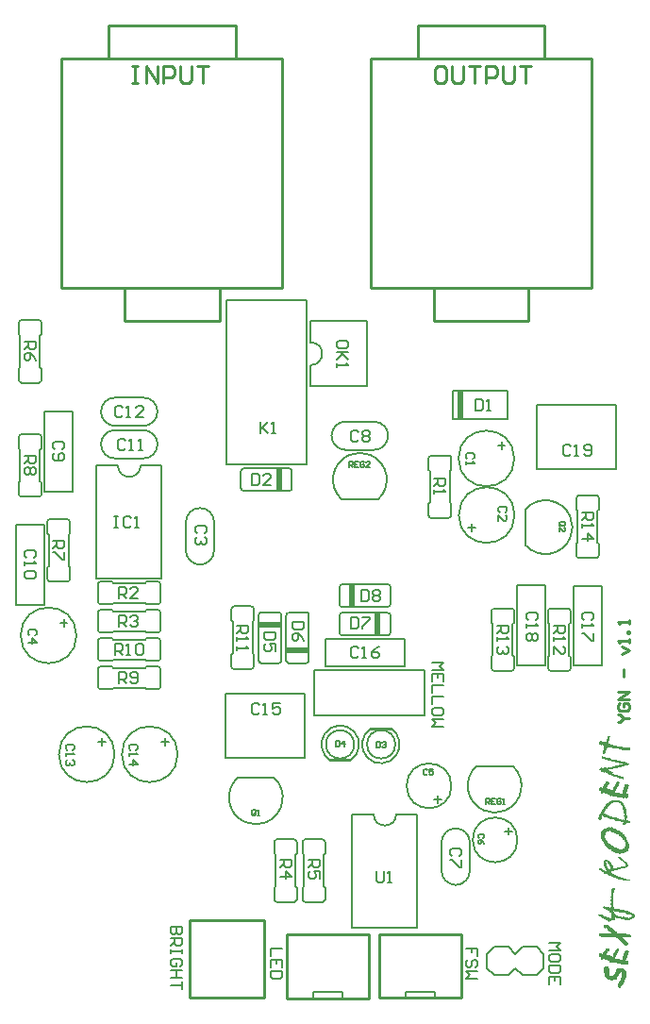
<source format=gto>
G04*
G04 #@! TF.GenerationSoftware,Altium Limited,Altium Designer,19.0.12 (326)*
G04*
G04 Layer_Color=65535*
%FSLAX25Y25*%
%MOIN*%
G70*
G01*
G75*
%ADD10C,0.00600*%
%ADD11C,0.00500*%
%ADD12C,0.01000*%
%ADD13C,0.00787*%
%ADD14C,0.00800*%
%ADD15R,0.02000X0.08000*%
%ADD16R,0.08000X0.02000*%
%ADD17R,0.02000X0.10000*%
G36*
X214210Y12287D02*
Y12154D01*
X214343D01*
Y12287D01*
X214476D01*
Y12420D01*
X214609D01*
Y12553D01*
X214742D01*
Y12686D01*
X214875D01*
Y12819D01*
X215008D01*
Y12686D01*
X215141D01*
Y12819D01*
X215274D01*
Y12686D01*
X215407D01*
Y12819D01*
X215540D01*
Y12686D01*
X215673D01*
Y12553D01*
X215806D01*
Y12154D01*
X215939D01*
Y12021D01*
X215806D01*
Y11889D01*
X215939D01*
Y11755D01*
X216072D01*
Y11091D01*
X216205D01*
Y10958D01*
X216072D01*
Y10825D01*
X216205D01*
Y10692D01*
X216072D01*
Y10559D01*
X216205D01*
Y10160D01*
X216338D01*
Y10027D01*
X216205D01*
Y9894D01*
X216338D01*
Y9761D01*
X216205D01*
Y9628D01*
X216338D01*
Y9362D01*
X216471D01*
X216604D01*
X216737D01*
X216870D01*
Y9229D01*
X217003D01*
X217136D01*
Y9096D01*
X217269D01*
X217402D01*
Y9229D01*
X217535D01*
Y9362D01*
X217668D01*
Y9495D01*
X217800D01*
Y9628D01*
X217934D01*
Y9761D01*
X218067D01*
Y9894D01*
X218199D01*
Y10027D01*
X218332D01*
Y10426D01*
X218465D01*
Y10559D01*
X218598D01*
Y10692D01*
X218465D01*
Y10825D01*
X218598D01*
Y11224D01*
X218731D01*
Y11357D01*
X218598D01*
Y11490D01*
X218731D01*
Y11622D01*
X218864D01*
Y11755D01*
X218997D01*
X219130D01*
X219263D01*
Y11889D01*
X219396D01*
Y12021D01*
X219529D01*
Y11889D01*
X219662D01*
Y12021D01*
X219795D01*
Y12154D01*
X219928D01*
Y12021D01*
X220061D01*
X220194D01*
X220327D01*
X220460D01*
X220593D01*
Y11889D01*
X220726D01*
Y12021D01*
X220859D01*
Y11889D01*
X220992D01*
Y11755D01*
X221125D01*
Y11622D01*
X221258D01*
Y11490D01*
X221391D01*
Y11357D01*
X221524D01*
Y11224D01*
X221657D01*
Y11091D01*
X221790D01*
Y10958D01*
X221923D01*
Y10825D01*
X222056D01*
Y10426D01*
X222189D01*
Y10293D01*
X222322D01*
Y10160D01*
X222189D01*
Y9229D01*
X222056D01*
Y9096D01*
X222189D01*
Y8963D01*
X222056D01*
Y8564D01*
X221923D01*
Y8165D01*
X221790D01*
Y7766D01*
X221657D01*
Y7367D01*
X221524D01*
Y7234D01*
X221391D01*
Y6835D01*
X221258D01*
Y6702D01*
X221125D01*
Y6303D01*
X220992D01*
Y6170D01*
X220859D01*
Y6037D01*
X220726D01*
Y5904D01*
X220593D01*
Y5638D01*
X220460D01*
Y5505D01*
X220327D01*
Y5240D01*
X220194D01*
X220061D01*
Y4974D01*
X219928D01*
Y5107D01*
X219795D01*
Y4974D01*
X219662D01*
Y5107D01*
X219529D01*
Y5240D01*
X219396D01*
Y5373D01*
X219263D01*
Y5505D01*
X219130D01*
Y6436D01*
X219263D01*
Y6569D01*
X219396D01*
Y6702D01*
X219529D01*
Y6835D01*
X219662D01*
Y7234D01*
X219795D01*
Y7367D01*
X219928D01*
Y7500D01*
X220061D01*
Y7633D01*
X220194D01*
Y8032D01*
X220327D01*
Y8165D01*
X220194D01*
Y8298D01*
X220327D01*
Y8431D01*
X220460D01*
Y9096D01*
X220593D01*
Y9229D01*
X220460D01*
Y9362D01*
X220593D01*
Y10027D01*
X220460D01*
Y10426D01*
X220327D01*
Y10293D01*
X220194D01*
Y10426D01*
X220061D01*
Y10293D01*
X219928D01*
Y10160D01*
X219795D01*
Y10027D01*
X219662D01*
Y9894D01*
X219529D01*
Y9495D01*
X219396D01*
Y9362D01*
X219263D01*
Y8963D01*
X219130D01*
Y8830D01*
X218997D01*
Y8697D01*
X219130D01*
Y8564D01*
X218997D01*
Y8431D01*
X218864D01*
Y8165D01*
X218731D01*
Y8032D01*
X218598D01*
X218465D01*
Y7899D01*
X218332D01*
X218199D01*
X218067D01*
Y7766D01*
X217934D01*
X217800D01*
X217668D01*
Y7633D01*
X217535D01*
Y7500D01*
X217402D01*
Y7633D01*
X217269D01*
Y7500D01*
X217136D01*
Y7633D01*
X217003D01*
X216870D01*
X216737D01*
X216604D01*
X216471D01*
Y7766D01*
X216338D01*
Y7633D01*
X216205D01*
Y7766D01*
X216072D01*
X215939D01*
Y7899D01*
X215806D01*
X215673D01*
Y8032D01*
X215540D01*
Y8165D01*
X215407D01*
Y8298D01*
X215274D01*
X215141D01*
Y8564D01*
X215008D01*
Y8697D01*
X214875D01*
Y8830D01*
X214742D01*
Y8963D01*
X214609D01*
Y9096D01*
X214742D01*
Y9229D01*
X214609D01*
Y9628D01*
X214476D01*
Y10293D01*
X214343D01*
Y10426D01*
X214476D01*
Y10559D01*
X214343D01*
Y11224D01*
X214210D01*
Y11622D01*
X214077D01*
Y12287D01*
X214210D01*
D02*
G37*
G36*
X212481Y16144D02*
Y16809D01*
X212614D01*
Y17075D01*
X212747D01*
X212880D01*
Y17208D01*
X213013D01*
X213146D01*
X213279D01*
X213412D01*
Y17075D01*
X213545D01*
X213678D01*
Y16942D01*
X213811D01*
Y17341D01*
X213944D01*
Y17474D01*
X214077D01*
Y17606D01*
X214210D01*
Y17740D01*
X214343D01*
Y18006D01*
X214476D01*
X214609D01*
Y18404D01*
X214742D01*
Y18537D01*
X214875D01*
Y18936D01*
X215008D01*
Y19069D01*
X215141D01*
Y19202D01*
X215274D01*
Y19069D01*
X215407D01*
Y19202D01*
X215540D01*
Y19069D01*
X215673D01*
X215806D01*
Y18936D01*
X215939D01*
X216072D01*
Y18803D01*
X216205D01*
Y18670D01*
X216338D01*
Y18537D01*
X216205D01*
Y18404D01*
X216072D01*
Y18006D01*
X215939D01*
Y17873D01*
X215806D01*
Y17740D01*
X215673D01*
Y17341D01*
X215540D01*
Y17208D01*
X215407D01*
Y17075D01*
X215274D01*
Y16676D01*
X215407D01*
X215540D01*
Y16543D01*
X215673D01*
X215806D01*
X215939D01*
X216072D01*
Y16410D01*
X216205D01*
Y16543D01*
X216338D01*
Y16410D01*
X216471D01*
Y16277D01*
X216604D01*
X216737D01*
X216870D01*
Y16144D01*
X217003D01*
X217136D01*
Y16011D01*
X217269D01*
X217402D01*
Y16410D01*
X217535D01*
Y16543D01*
X217402D01*
Y16676D01*
X217535D01*
Y17075D01*
X217668D01*
Y17208D01*
X217800D01*
Y17341D01*
X217934D01*
Y17474D01*
X218067D01*
Y17873D01*
X218199D01*
Y18006D01*
X218332D01*
Y18138D01*
X218465D01*
Y18271D01*
X218598D01*
Y18670D01*
X218731D01*
Y18803D01*
X218864D01*
Y18936D01*
X218997D01*
Y19069D01*
X219130D01*
Y19202D01*
X219263D01*
Y19069D01*
X219396D01*
Y18936D01*
X219529D01*
Y18803D01*
X219662D01*
Y18936D01*
X219795D01*
Y18803D01*
X219662D01*
Y18670D01*
X219795D01*
Y18537D01*
X219662D01*
Y18404D01*
X219529D01*
Y18006D01*
X219396D01*
Y17873D01*
X219263D01*
Y17474D01*
X219130D01*
Y17341D01*
X218997D01*
Y17208D01*
X219130D01*
Y17075D01*
X218997D01*
Y16942D01*
X218864D01*
Y16676D01*
X218731D01*
Y16543D01*
X218598D01*
X218465D01*
Y15878D01*
X218332D01*
Y15479D01*
X218199D01*
Y15213D01*
X218332D01*
X218465D01*
X218598D01*
X218731D01*
X218864D01*
X218997D01*
Y15080D01*
X219130D01*
Y15213D01*
X219263D01*
Y15080D01*
X219396D01*
X219529D01*
X219662D01*
X219795D01*
X219928D01*
Y14947D01*
X220061D01*
Y15080D01*
X220194D01*
Y14947D01*
X220327D01*
X220460D01*
X220593D01*
X220726D01*
Y16011D01*
X220859D01*
Y16144D01*
X220992D01*
Y16277D01*
X221125D01*
Y16410D01*
X220992D01*
Y16543D01*
X221125D01*
Y16676D01*
X221258D01*
Y17075D01*
X221391D01*
Y17208D01*
X221524D01*
Y17606D01*
X221657D01*
Y17740D01*
X221524D01*
Y17873D01*
X221657D01*
Y18006D01*
X221790D01*
Y18138D01*
X221923D01*
Y18271D01*
X222056D01*
X222189D01*
X222322D01*
X222455D01*
Y18138D01*
X222588D01*
X222721D01*
Y18006D01*
X222854D01*
X222987D01*
Y17740D01*
X223120D01*
Y17606D01*
X222987D01*
Y17208D01*
X222854D01*
Y16809D01*
X222721D01*
Y16410D01*
X222588D01*
Y16011D01*
X222455D01*
Y15612D01*
X222322D01*
Y15479D01*
X222189D01*
Y15080D01*
X222056D01*
Y14947D01*
X221923D01*
Y14681D01*
X222056D01*
X222189D01*
Y14548D01*
X222322D01*
Y14681D01*
X222455D01*
Y14548D01*
X222588D01*
Y14681D01*
X222721D01*
Y14548D01*
X222588D01*
Y14415D01*
X222721D01*
Y13218D01*
X222588D01*
Y13351D01*
X222455D01*
Y13218D01*
X222322D01*
X222189D01*
X222056D01*
Y13351D01*
X221923D01*
Y13218D01*
X221790D01*
Y13351D01*
X221657D01*
Y13218D01*
X221524D01*
Y13351D01*
X221391D01*
Y13218D01*
X221258D01*
Y13351D01*
X221125D01*
Y13218D01*
X220992D01*
Y13351D01*
X220859D01*
Y13218D01*
X220726D01*
Y13351D01*
X220593D01*
X220460D01*
X220327D01*
Y13484D01*
X220194D01*
X220061D01*
X219928D01*
Y13617D01*
X219795D01*
Y13484D01*
X219662D01*
Y13617D01*
X219529D01*
X219396D01*
X219263D01*
X219130D01*
X218997D01*
Y13750D01*
X218864D01*
X218731D01*
X218598D01*
Y13883D01*
X218465D01*
Y13750D01*
X218332D01*
Y13883D01*
X218199D01*
Y13750D01*
X218067D01*
Y13883D01*
X217934D01*
X217800D01*
X217668D01*
X217535D01*
X217402D01*
X217269D01*
X217136D01*
Y14016D01*
X217003D01*
Y13883D01*
X216870D01*
Y14016D01*
X216737D01*
X216604D01*
X216471D01*
X216338D01*
X216205D01*
Y14415D01*
X216072D01*
Y14548D01*
X215939D01*
Y14681D01*
X215806D01*
Y14548D01*
X215673D01*
Y14681D01*
X215540D01*
X215407D01*
Y14814D01*
X215274D01*
X215141D01*
Y14947D01*
X215008D01*
Y14814D01*
X214875D01*
Y14947D01*
X214742D01*
X214609D01*
X214476D01*
Y15080D01*
X214343D01*
X214210D01*
X214077D01*
Y15213D01*
X213944D01*
Y15080D01*
X213811D01*
Y14947D01*
X213678D01*
Y14814D01*
X213545D01*
Y14681D01*
X213412D01*
Y14814D01*
X213279D01*
Y14947D01*
X213146D01*
Y15080D01*
X213013D01*
Y15213D01*
X213146D01*
Y15346D01*
X213013D01*
Y15479D01*
X213146D01*
Y15612D01*
X213279D01*
Y15745D01*
X213146D01*
Y15612D01*
X213013D01*
Y15745D01*
X212880D01*
Y15612D01*
X212747D01*
Y15745D01*
X212614D01*
X212481D01*
Y16011D01*
X212348D01*
Y16144D01*
X212481D01*
D02*
G37*
G36*
X212348Y23990D02*
Y24123D01*
X212481D01*
X212614D01*
X212747D01*
Y24255D01*
X212880D01*
Y24123D01*
X213013D01*
Y24255D01*
X213146D01*
X213279D01*
X213412D01*
X213545D01*
X213678D01*
X213811D01*
X213944D01*
X214077D01*
X214210D01*
Y24388D01*
X214343D01*
X214476D01*
X214609D01*
X214742D01*
X214875D01*
X215008D01*
X215141D01*
X215274D01*
X215407D01*
X215540D01*
X215673D01*
X215806D01*
X215939D01*
X216072D01*
X216205D01*
X216338D01*
X216471D01*
X216604D01*
X216737D01*
X216870D01*
X217003D01*
Y24521D01*
X216870D01*
X216737D01*
Y24654D01*
X216604D01*
X216471D01*
Y24787D01*
X216338D01*
Y24920D01*
X216205D01*
Y25053D01*
X216072D01*
X215939D01*
Y25319D01*
X215806D01*
Y25186D01*
X215673D01*
Y25452D01*
X215540D01*
X215407D01*
Y25851D01*
X215274D01*
Y25984D01*
X215141D01*
Y26117D01*
X215008D01*
Y25984D01*
X214875D01*
Y26117D01*
X214742D01*
Y25984D01*
X214609D01*
Y26117D01*
X214476D01*
Y26250D01*
X214343D01*
Y26649D01*
X214210D01*
Y26782D01*
X214343D01*
Y27181D01*
X214476D01*
X214609D01*
Y27314D01*
X214742D01*
X214875D01*
Y27447D01*
X215008D01*
Y27314D01*
X215141D01*
Y27447D01*
X215274D01*
Y27314D01*
X215407D01*
Y27181D01*
X215540D01*
Y27048D01*
X215673D01*
Y27181D01*
X215806D01*
Y27048D01*
X215939D01*
Y26915D01*
X216072D01*
Y26782D01*
X216205D01*
Y26649D01*
X216338D01*
Y26516D01*
X216471D01*
X216604D01*
Y26383D01*
X216737D01*
X216870D01*
Y26250D01*
X217003D01*
Y26117D01*
X217136D01*
Y25984D01*
X217269D01*
Y25851D01*
X217402D01*
Y25718D01*
X217535D01*
Y25585D01*
X217668D01*
Y25452D01*
X217800D01*
X217934D01*
Y25186D01*
X218067D01*
Y25319D01*
X218199D01*
Y25053D01*
X218332D01*
X218465D01*
Y24787D01*
X218598D01*
X218731D01*
Y24654D01*
X218864D01*
Y24521D01*
X218997D01*
Y24388D01*
X219130D01*
Y24255D01*
X219263D01*
X219396D01*
X219529D01*
Y24123D01*
X219662D01*
Y24255D01*
X219795D01*
Y24123D01*
X219928D01*
X220061D01*
X220194D01*
X220327D01*
X220460D01*
X220593D01*
X220726D01*
X220859D01*
X220992D01*
X221125D01*
X221258D01*
X221391D01*
X221524D01*
X221657D01*
X221790D01*
X221923D01*
X222056D01*
Y23990D01*
X222189D01*
Y24123D01*
X222322D01*
Y23990D01*
X222455D01*
Y24123D01*
X222588D01*
Y23990D01*
X222721D01*
X222854D01*
X222987D01*
X223120D01*
X223253D01*
Y23856D01*
X223386D01*
Y23990D01*
X223519D01*
Y23591D01*
X223652D01*
Y23458D01*
X223784D01*
Y22926D01*
X223652D01*
X223519D01*
Y22793D01*
X223386D01*
Y22926D01*
X223253D01*
Y22793D01*
X223120D01*
Y22926D01*
X222987D01*
Y22793D01*
X222854D01*
X222721D01*
X222588D01*
X222455D01*
X222322D01*
X222189D01*
X222056D01*
X221923D01*
X221790D01*
X221657D01*
X221524D01*
X221391D01*
X221258D01*
X221125D01*
X220992D01*
Y22660D01*
X220859D01*
Y22527D01*
X220992D01*
X221125D01*
Y22261D01*
X221258D01*
X221391D01*
Y21995D01*
X221524D01*
X221657D01*
Y21862D01*
X221790D01*
X221923D01*
Y21596D01*
X222056D01*
Y21463D01*
X222189D01*
Y21330D01*
X222322D01*
Y21197D01*
X222455D01*
Y20931D01*
X222588D01*
Y20798D01*
X222721D01*
Y20399D01*
X222588D01*
Y20266D01*
X222721D01*
Y20133D01*
X222588D01*
Y20000D01*
X222455D01*
Y19867D01*
X222322D01*
Y20000D01*
X222189D01*
Y19867D01*
X222056D01*
X221923D01*
X221790D01*
Y20000D01*
X221657D01*
Y20133D01*
X221524D01*
Y20266D01*
X221391D01*
Y20399D01*
X221258D01*
Y20532D01*
X221125D01*
Y20665D01*
X220992D01*
Y20798D01*
X220859D01*
Y20931D01*
X220726D01*
Y21064D01*
X220593D01*
Y21197D01*
X220460D01*
Y21330D01*
X220327D01*
Y21463D01*
X220194D01*
Y21596D01*
X220061D01*
Y21729D01*
X219928D01*
Y21862D01*
X219795D01*
Y21995D01*
X219662D01*
Y22128D01*
X219529D01*
Y22261D01*
X219396D01*
Y22394D01*
X219263D01*
Y22527D01*
X219130D01*
Y22660D01*
X218997D01*
X218864D01*
X218731D01*
X218598D01*
X218465D01*
Y22793D01*
X218332D01*
Y22660D01*
X218199D01*
Y22793D01*
X218067D01*
X217934D01*
X217800D01*
X217668D01*
X217535D01*
X217402D01*
X217269D01*
X217136D01*
X217003D01*
Y22926D01*
X216870D01*
Y22793D01*
X216737D01*
Y22926D01*
X216604D01*
Y22793D01*
X216471D01*
Y22926D01*
X216338D01*
X216205D01*
X216072D01*
X215939D01*
X215806D01*
Y22793D01*
X215673D01*
Y22926D01*
X215540D01*
Y22793D01*
X215407D01*
Y22926D01*
X215274D01*
Y22793D01*
X215141D01*
Y22926D01*
X215008D01*
Y22793D01*
X214875D01*
Y22926D01*
X214742D01*
Y22793D01*
X214609D01*
Y22926D01*
X214476D01*
Y23059D01*
X214343D01*
Y22926D01*
X214210D01*
Y22793D01*
X214077D01*
Y22926D01*
X213944D01*
X213811D01*
X213678D01*
Y23059D01*
X213545D01*
Y22926D01*
X213412D01*
Y23059D01*
X213279D01*
X213146D01*
X213013D01*
Y23192D01*
X212880D01*
Y23059D01*
X212747D01*
Y23192D01*
X212614D01*
Y23325D01*
X212481D01*
Y23591D01*
X212348D01*
Y23856D01*
X212215D01*
Y23990D01*
X212348D01*
D02*
G37*
G36*
Y30904D02*
Y31037D01*
X212481D01*
X212614D01*
X212747D01*
Y30904D01*
X212880D01*
Y31037D01*
X213013D01*
Y30904D01*
X213146D01*
X213279D01*
X213412D01*
Y30771D01*
X213545D01*
X213678D01*
X213811D01*
Y30638D01*
X213944D01*
Y30505D01*
X214077D01*
X214210D01*
X214343D01*
Y30372D01*
X214476D01*
Y30239D01*
X214609D01*
Y30372D01*
X214742D01*
Y30239D01*
X214875D01*
Y30106D01*
X215008D01*
X215141D01*
X215274D01*
Y29974D01*
X215407D01*
Y29840D01*
X215540D01*
X215673D01*
X215806D01*
Y29708D01*
X215939D01*
Y29840D01*
X216072D01*
Y29708D01*
X216205D01*
Y29840D01*
X216338D01*
Y29708D01*
X216471D01*
X216604D01*
X216737D01*
X216870D01*
X217003D01*
Y30106D01*
X217136D01*
Y30239D01*
X217003D01*
Y30638D01*
X216870D01*
Y31037D01*
X216737D01*
Y31436D01*
X216604D01*
Y31569D01*
X216471D01*
Y31702D01*
X216338D01*
Y31835D01*
X216205D01*
Y31968D01*
X216072D01*
Y32101D01*
X215939D01*
Y32234D01*
X215806D01*
X215673D01*
Y32367D01*
X215540D01*
X215407D01*
Y32500D01*
X215274D01*
Y32633D01*
X215141D01*
X215008D01*
X214875D01*
Y32766D01*
X214742D01*
Y32899D01*
X214609D01*
Y33032D01*
X214476D01*
Y32899D01*
X214343D01*
Y33032D01*
X214210D01*
Y33165D01*
X214077D01*
X213944D01*
X213811D01*
Y33298D01*
X213944D01*
Y33431D01*
X213811D01*
Y33564D01*
X213944D01*
Y33697D01*
X214077D01*
X214210D01*
X214343D01*
Y33830D01*
X214476D01*
Y33697D01*
X214609D01*
X214742D01*
X214875D01*
X215008D01*
X215141D01*
Y33564D01*
X215274D01*
Y33431D01*
X215407D01*
Y33564D01*
X215540D01*
Y33431D01*
X215673D01*
X215806D01*
X215939D01*
X216072D01*
X216205D01*
Y33298D01*
X216338D01*
X216471D01*
X216604D01*
Y33431D01*
X216737D01*
Y33564D01*
X216604D01*
Y33697D01*
X216737D01*
Y33830D01*
X216604D01*
Y33963D01*
X216737D01*
Y34096D01*
X216604D01*
Y34229D01*
X216737D01*
Y34362D01*
X216604D01*
Y34495D01*
X216737D01*
Y34628D01*
X216604D01*
Y34761D01*
X216737D01*
Y34894D01*
X216604D01*
Y35027D01*
X216737D01*
Y35160D01*
X216604D01*
Y35293D01*
X216737D01*
Y35426D01*
X216604D01*
Y35559D01*
X216737D01*
Y35691D01*
X216604D01*
Y35824D01*
X216737D01*
Y35958D01*
X216604D01*
Y36090D01*
X216737D01*
Y37021D01*
X216604D01*
Y37154D01*
X216737D01*
Y38085D01*
X216870D01*
Y38218D01*
X216737D01*
Y38351D01*
X216870D01*
Y38750D01*
X217003D01*
Y38883D01*
X216870D01*
Y39016D01*
X217003D01*
Y39947D01*
X217136D01*
Y40080D01*
X217269D01*
Y40213D01*
X217402D01*
Y40346D01*
X217535D01*
X217668D01*
X217800D01*
Y40213D01*
X217934D01*
Y40080D01*
X218067D01*
X218199D01*
Y39814D01*
X218067D01*
Y39681D01*
X217934D01*
Y39548D01*
X218067D01*
Y39415D01*
X217934D01*
Y39282D01*
X218067D01*
Y39149D01*
X217934D01*
Y38750D01*
X217800D01*
Y38617D01*
X217668D01*
Y36622D01*
X217535D01*
Y36489D01*
X217668D01*
Y36356D01*
X217535D01*
Y36224D01*
X217668D01*
Y36090D01*
X217535D01*
Y35958D01*
X217668D01*
Y35824D01*
X217535D01*
Y35691D01*
X217668D01*
Y35559D01*
X217535D01*
Y35426D01*
X217668D01*
Y35293D01*
X217535D01*
Y35160D01*
X217668D01*
Y35027D01*
X217535D01*
Y34894D01*
X217668D01*
Y34761D01*
X217535D01*
Y34628D01*
X217668D01*
Y34495D01*
X217535D01*
Y34362D01*
X217668D01*
Y34229D01*
X217535D01*
Y34096D01*
X217668D01*
Y33963D01*
X217535D01*
Y33830D01*
X217668D01*
Y33697D01*
X217535D01*
Y33564D01*
X217668D01*
Y33431D01*
X217800D01*
Y33032D01*
X217934D01*
X218067D01*
X218199D01*
Y32899D01*
X218332D01*
Y33032D01*
X218465D01*
Y32899D01*
X218598D01*
X218731D01*
X218864D01*
Y32766D01*
X218997D01*
X219130D01*
X219263D01*
X219396D01*
X219529D01*
Y32633D01*
X219662D01*
Y32766D01*
X219795D01*
Y32633D01*
X219928D01*
X220061D01*
X220194D01*
X220327D01*
X220460D01*
Y32500D01*
X220593D01*
Y32633D01*
X220726D01*
Y32500D01*
X220859D01*
X220992D01*
X221125D01*
X221258D01*
X221391D01*
X221524D01*
X221657D01*
Y32367D01*
X221790D01*
X221923D01*
X222056D01*
Y32234D01*
X222189D01*
Y32101D01*
X222322D01*
Y32234D01*
X222455D01*
Y32101D01*
X222588D01*
X222721D01*
X222854D01*
Y31968D01*
X222987D01*
X223120D01*
X223253D01*
Y31835D01*
X223386D01*
Y31968D01*
X223519D01*
Y31835D01*
X223652D01*
Y31702D01*
X223784D01*
Y31569D01*
X223918D01*
Y31702D01*
X224050D01*
Y31569D01*
X224184D01*
Y31436D01*
X224316D01*
Y31303D01*
X224449D01*
X224582D01*
Y31170D01*
X224715D01*
Y31037D01*
X224848D01*
Y30771D01*
X224981D01*
X225114D01*
Y29840D01*
X224981D01*
X224848D01*
Y29708D01*
X224715D01*
Y29574D01*
X224582D01*
Y29442D01*
X224449D01*
X224316D01*
X224184D01*
Y29309D01*
X224050D01*
Y29176D01*
X223918D01*
Y29309D01*
X223784D01*
Y29176D01*
X223652D01*
X223519D01*
X223386D01*
Y29043D01*
X223253D01*
X223120D01*
X222987D01*
Y28910D01*
X222854D01*
Y29043D01*
X222721D01*
Y28910D01*
X222588D01*
Y29043D01*
X222455D01*
Y28910D01*
X222322D01*
Y29043D01*
X222189D01*
Y28910D01*
X222056D01*
Y29043D01*
X221923D01*
X221790D01*
X221657D01*
X221524D01*
X221391D01*
Y29176D01*
X221258D01*
Y29309D01*
X221125D01*
Y29176D01*
X220992D01*
Y29309D01*
X220859D01*
Y29176D01*
X220726D01*
Y29309D01*
X220593D01*
X220460D01*
X220327D01*
X220194D01*
X220061D01*
Y29442D01*
X219928D01*
X219795D01*
X219662D01*
X219529D01*
X219396D01*
Y29574D01*
X219263D01*
Y29442D01*
X219130D01*
Y29574D01*
X218997D01*
Y29708D01*
X218864D01*
Y29574D01*
X218731D01*
Y29708D01*
X218598D01*
Y29840D01*
X218465D01*
X218332D01*
Y29974D01*
X218199D01*
X218067D01*
Y29840D01*
X218199D01*
Y29176D01*
X218067D01*
Y29043D01*
X217934D01*
Y28910D01*
X217800D01*
X217668D01*
X217535D01*
Y28777D01*
X217402D01*
Y28910D01*
X217269D01*
Y28777D01*
X217136D01*
Y28910D01*
X217003D01*
Y28777D01*
X216870D01*
Y28644D01*
X216737D01*
Y28511D01*
X216604D01*
X216471D01*
X216338D01*
X216205D01*
X216072D01*
Y28378D01*
X215939D01*
Y28511D01*
X215806D01*
Y28644D01*
X215673D01*
Y28777D01*
X215540D01*
X215407D01*
X215274D01*
Y28910D01*
X215141D01*
Y29043D01*
X215008D01*
X214875D01*
Y29176D01*
X214742D01*
X214609D01*
Y29309D01*
X214476D01*
X214343D01*
Y29442D01*
X214210D01*
X214077D01*
Y29574D01*
X213944D01*
X213811D01*
Y29708D01*
X213678D01*
X213545D01*
Y29840D01*
X213412D01*
Y29974D01*
X213279D01*
X213146D01*
X213013D01*
Y30106D01*
X212880D01*
Y30239D01*
X212747D01*
Y30372D01*
X212614D01*
Y30239D01*
X212481D01*
Y30372D01*
X212348D01*
Y30505D01*
X212215D01*
Y30904D01*
X212348D01*
D02*
G37*
G36*
X212481Y46995D02*
Y47128D01*
X212614D01*
X212747D01*
Y47394D01*
X212880D01*
Y47261D01*
X213013D01*
X213146D01*
X213279D01*
Y47128D01*
X213412D01*
X213545D01*
X213678D01*
Y46995D01*
X213811D01*
Y46862D01*
X213944D01*
Y46729D01*
X214077D01*
Y46862D01*
X214210D01*
Y46596D01*
X214343D01*
X214476D01*
Y46463D01*
X214609D01*
Y46330D01*
X214742D01*
Y46197D01*
X214875D01*
X215008D01*
X215141D01*
Y46463D01*
X215008D01*
Y46729D01*
X214875D01*
Y46862D01*
X214742D01*
Y46995D01*
X214875D01*
Y47128D01*
X214742D01*
Y47261D01*
X214609D01*
Y47660D01*
X214476D01*
Y47793D01*
X214343D01*
Y47925D01*
X214476D01*
Y48059D01*
X214343D01*
Y48457D01*
X214210D01*
Y48590D01*
X214343D01*
Y48723D01*
X214210D01*
Y49122D01*
X214343D01*
Y49255D01*
X214210D01*
Y49654D01*
X214343D01*
Y50053D01*
X214476D01*
Y50186D01*
X214609D01*
Y50319D01*
X214742D01*
X214875D01*
X215008D01*
X215141D01*
X215274D01*
Y50186D01*
X215407D01*
Y50319D01*
X215540D01*
Y50186D01*
X215673D01*
Y50053D01*
X215806D01*
Y49920D01*
X215939D01*
X216072D01*
Y49787D01*
X216205D01*
X216338D01*
Y49521D01*
X216471D01*
X216604D01*
Y49122D01*
X216737D01*
Y48989D01*
X216870D01*
Y48856D01*
X217003D01*
Y48723D01*
X217136D01*
Y48324D01*
X217269D01*
Y48191D01*
X217402D01*
Y47527D01*
X217535D01*
Y47128D01*
X217668D01*
X217800D01*
X217934D01*
X218067D01*
Y47261D01*
X218199D01*
X218332D01*
Y47394D01*
X218465D01*
Y47261D01*
X218598D01*
Y47394D01*
X218731D01*
X218864D01*
X218997D01*
Y47527D01*
X219130D01*
Y47660D01*
X219263D01*
Y47527D01*
X219396D01*
Y47660D01*
X219529D01*
Y47527D01*
X219662D01*
Y47660D01*
X219795D01*
Y47793D01*
X219928D01*
Y47660D01*
X220061D01*
Y47793D01*
X220194D01*
Y47925D01*
X220327D01*
Y47793D01*
X220460D01*
Y47925D01*
X220593D01*
X220726D01*
X220859D01*
X220992D01*
X221125D01*
Y48059D01*
X221258D01*
X221391D01*
X221524D01*
Y48191D01*
X221657D01*
Y48059D01*
X221790D01*
Y48457D01*
X221923D01*
Y48590D01*
X221790D01*
Y48989D01*
X221657D01*
Y49255D01*
X221524D01*
Y49388D01*
X221391D01*
X221258D01*
Y49521D01*
X221125D01*
Y49654D01*
X220992D01*
X220859D01*
X220726D01*
Y49787D01*
X220593D01*
Y49920D01*
X220460D01*
Y50053D01*
X220327D01*
Y49920D01*
X220194D01*
Y50053D01*
X220061D01*
Y50186D01*
X219928D01*
Y50319D01*
X219795D01*
Y50452D01*
X219662D01*
Y50585D01*
X219529D01*
Y50718D01*
X219396D01*
Y50851D01*
X219263D01*
Y50984D01*
X219130D01*
Y51117D01*
X218997D01*
Y51250D01*
X218864D01*
Y51383D01*
X218997D01*
X219130D01*
X219263D01*
X219396D01*
X219529D01*
Y51250D01*
X219662D01*
Y51383D01*
X219795D01*
Y51250D01*
X219928D01*
Y51117D01*
X220061D01*
Y50984D01*
X220194D01*
X220327D01*
Y50851D01*
X220460D01*
X220593D01*
Y50718D01*
X220726D01*
Y50585D01*
X220859D01*
Y50452D01*
X220992D01*
Y50319D01*
X221125D01*
Y50186D01*
X221258D01*
Y50053D01*
X221391D01*
Y49920D01*
X221524D01*
X221657D01*
Y49654D01*
X221790D01*
Y49787D01*
X221923D01*
Y49521D01*
X222056D01*
X222189D01*
Y49122D01*
X222322D01*
Y49255D01*
X222455D01*
Y48856D01*
X222588D01*
Y48723D01*
X222721D01*
Y47793D01*
X222588D01*
Y47925D01*
X222455D01*
Y47660D01*
X222322D01*
X222189D01*
Y47527D01*
X222056D01*
X221923D01*
X221790D01*
Y47394D01*
X221657D01*
X221524D01*
X221391D01*
X221258D01*
X221125D01*
Y47261D01*
X220992D01*
Y47394D01*
X220859D01*
Y47261D01*
X220726D01*
X220593D01*
X220460D01*
Y47128D01*
X220327D01*
X220194D01*
X220061D01*
Y46995D01*
X219928D01*
X219795D01*
X219662D01*
Y46862D01*
X219529D01*
X219396D01*
X219263D01*
Y46729D01*
X219130D01*
X218997D01*
X218864D01*
Y46596D01*
X218731D01*
X218598D01*
X218465D01*
Y46463D01*
X218332D01*
Y46596D01*
X218199D01*
Y46463D01*
X218067D01*
X217934D01*
X217800D01*
Y46330D01*
X217668D01*
X217535D01*
X217402D01*
Y46197D01*
X217269D01*
Y46330D01*
X217136D01*
Y46197D01*
X217003D01*
X216870D01*
X216737D01*
Y45798D01*
X216870D01*
Y45665D01*
X217003D01*
Y45532D01*
X217136D01*
Y45399D01*
X217269D01*
X217402D01*
Y45266D01*
X217535D01*
X217668D01*
Y45133D01*
X217800D01*
Y45000D01*
X217934D01*
X218067D01*
X218199D01*
Y44867D01*
X218332D01*
X218465D01*
X218598D01*
Y44734D01*
X218731D01*
Y44601D01*
X218864D01*
Y44734D01*
X218997D01*
Y44601D01*
X219130D01*
Y44468D01*
X219263D01*
Y44335D01*
X219396D01*
X219529D01*
X219662D01*
Y44202D01*
X219795D01*
Y44069D01*
X219928D01*
Y44202D01*
X220061D01*
Y44069D01*
X220194D01*
X220327D01*
X220460D01*
Y43936D01*
X220593D01*
Y43803D01*
X220726D01*
Y43936D01*
X220859D01*
Y43803D01*
X220992D01*
X221125D01*
X221258D01*
Y43670D01*
X221391D01*
X221524D01*
X221657D01*
X221790D01*
X221923D01*
Y43537D01*
X222056D01*
Y43670D01*
X222189D01*
Y43537D01*
X222322D01*
Y43404D01*
X222455D01*
X222588D01*
X222721D01*
Y43271D01*
X222854D01*
Y43404D01*
X222987D01*
Y43271D01*
X223120D01*
Y43404D01*
X223253D01*
Y43271D01*
X223386D01*
Y43404D01*
X223519D01*
Y42739D01*
X223386D01*
Y42872D01*
X223253D01*
Y42739D01*
X223120D01*
X222987D01*
X222854D01*
X222721D01*
X222588D01*
Y42872D01*
X222455D01*
Y42739D01*
X222322D01*
Y42872D01*
X222189D01*
X222056D01*
X221923D01*
X221790D01*
X221657D01*
Y43005D01*
X221524D01*
X221391D01*
X221258D01*
Y43138D01*
X221125D01*
Y43005D01*
X220992D01*
Y43138D01*
X220859D01*
X220726D01*
X220593D01*
Y43271D01*
X220460D01*
X220327D01*
X220194D01*
Y43404D01*
X220061D01*
Y43271D01*
X219928D01*
Y43404D01*
X219795D01*
X219662D01*
X219529D01*
Y43537D01*
X219396D01*
Y43404D01*
X219263D01*
Y43537D01*
X219130D01*
Y43670D01*
X218997D01*
Y43537D01*
X218864D01*
Y43670D01*
X218731D01*
X218598D01*
X218465D01*
Y43803D01*
X218332D01*
Y43936D01*
X218199D01*
Y43803D01*
X218067D01*
Y43936D01*
X217934D01*
Y44069D01*
X217800D01*
X217668D01*
X217535D01*
Y44202D01*
X217402D01*
X217269D01*
X217136D01*
Y44335D01*
X217003D01*
Y44468D01*
X216870D01*
Y44335D01*
X216737D01*
Y44468D01*
X216604D01*
Y44601D01*
X216471D01*
X216338D01*
X216205D01*
Y44734D01*
X216072D01*
X215939D01*
X215806D01*
Y44867D01*
X215673D01*
Y45000D01*
X215540D01*
X215407D01*
Y45133D01*
X215274D01*
X215141D01*
Y45266D01*
X215008D01*
X214875D01*
X214742D01*
Y45399D01*
X214609D01*
X214476D01*
X214343D01*
Y45532D01*
X214210D01*
Y45399D01*
X214077D01*
Y45532D01*
X213944D01*
Y45665D01*
X214077D01*
Y45931D01*
X213944D01*
X213811D01*
Y46064D01*
X213678D01*
X213545D01*
X213412D01*
Y46197D01*
X213279D01*
Y46330D01*
X213146D01*
X213013D01*
Y46463D01*
X212880D01*
X212747D01*
Y46596D01*
X212614D01*
Y46729D01*
X212481D01*
Y46862D01*
X212348D01*
Y46995D01*
X212481D01*
D02*
G37*
G36*
X213146Y59362D02*
Y59761D01*
X213279D01*
Y60159D01*
X213412D01*
Y60293D01*
X213545D01*
Y60426D01*
X213678D01*
Y60691D01*
X213811D01*
Y60957D01*
X213944D01*
X214077D01*
Y61090D01*
X214210D01*
X214343D01*
Y61223D01*
X214476D01*
X214609D01*
X214742D01*
Y61356D01*
X214875D01*
Y61489D01*
X215008D01*
Y61356D01*
X215141D01*
Y61489D01*
X215274D01*
X215407D01*
X215540D01*
Y61622D01*
X215673D01*
X215806D01*
X215939D01*
Y61755D01*
X216072D01*
Y61622D01*
X216205D01*
Y61755D01*
X216338D01*
Y61622D01*
X216471D01*
Y61755D01*
X216604D01*
Y61622D01*
X216737D01*
Y61755D01*
X216870D01*
X217003D01*
X217136D01*
Y61622D01*
X217269D01*
X217402D01*
Y61489D01*
X217535D01*
X217668D01*
Y61356D01*
X217800D01*
X217934D01*
X218067D01*
Y61223D01*
X218199D01*
Y61090D01*
X218332D01*
Y61223D01*
X218465D01*
Y61090D01*
X218598D01*
Y60957D01*
X218731D01*
Y60824D01*
X218864D01*
Y60691D01*
X218997D01*
X219130D01*
X219263D01*
Y60558D01*
X219396D01*
X219529D01*
Y60426D01*
X219662D01*
X219795D01*
Y60293D01*
X219928D01*
Y60159D01*
X220061D01*
Y60027D01*
X220194D01*
X220327D01*
Y59894D01*
X220460D01*
X220593D01*
Y59761D01*
X220726D01*
Y59628D01*
X220859D01*
Y59495D01*
X220992D01*
Y59362D01*
X221125D01*
Y59229D01*
X221258D01*
Y59096D01*
X221391D01*
Y58963D01*
X221524D01*
Y58697D01*
X221657D01*
Y58431D01*
X221790D01*
Y58298D01*
X221923D01*
Y58165D01*
X222056D01*
Y58032D01*
X222189D01*
Y57633D01*
X222322D01*
Y57234D01*
X222455D01*
Y57101D01*
X222588D01*
Y56702D01*
X222721D01*
Y56569D01*
X222854D01*
Y56436D01*
X222987D01*
Y56303D01*
X222854D01*
Y56170D01*
X222987D01*
Y55771D01*
X223120D01*
Y55372D01*
X223253D01*
Y55239D01*
X223120D01*
Y55106D01*
X223253D01*
Y54707D01*
X223120D01*
Y54308D01*
X222987D01*
Y53909D01*
X222854D01*
Y53777D01*
X222721D01*
Y53378D01*
X222588D01*
X222455D01*
Y53112D01*
X222322D01*
X222189D01*
Y52979D01*
X222056D01*
X221923D01*
Y52846D01*
X221790D01*
X221657D01*
X221524D01*
Y52713D01*
X221391D01*
Y52580D01*
X221258D01*
Y52713D01*
X221125D01*
Y52580D01*
X220992D01*
Y52447D01*
X220859D01*
Y52580D01*
X220726D01*
Y52447D01*
X220593D01*
X220460D01*
X220327D01*
Y52314D01*
X220194D01*
Y52447D01*
X220061D01*
Y52314D01*
X219928D01*
Y52447D01*
X219795D01*
Y52314D01*
X219662D01*
Y52447D01*
X219529D01*
Y52314D01*
X219396D01*
Y52447D01*
X219263D01*
Y52314D01*
X219130D01*
Y52447D01*
X218997D01*
X218864D01*
Y52580D01*
X218731D01*
X218598D01*
Y52713D01*
X218465D01*
X218332D01*
Y52846D01*
X218199D01*
X218067D01*
Y52979D01*
X217934D01*
Y52846D01*
X217800D01*
Y52979D01*
X217668D01*
Y53112D01*
X217535D01*
Y53245D01*
X217402D01*
X217269D01*
Y53378D01*
X217136D01*
X217003D01*
Y53511D01*
X216870D01*
Y53644D01*
X216737D01*
Y53777D01*
X216604D01*
Y53644D01*
X216471D01*
Y53777D01*
X216338D01*
Y53909D01*
X216205D01*
Y54043D01*
X216072D01*
Y53909D01*
X215939D01*
Y54176D01*
X215806D01*
X215673D01*
Y54308D01*
X215540D01*
Y54441D01*
X215407D01*
Y54574D01*
X215274D01*
Y54707D01*
X215141D01*
Y54840D01*
X215008D01*
Y54973D01*
X214875D01*
Y55106D01*
X214742D01*
Y55239D01*
X214609D01*
Y55638D01*
X214476D01*
Y55771D01*
X214343D01*
Y55904D01*
X214210D01*
Y56037D01*
X214077D01*
Y56436D01*
X213944D01*
Y56569D01*
X213811D01*
Y56702D01*
X213944D01*
Y56835D01*
X213811D01*
Y56968D01*
X213678D01*
Y57101D01*
X213811D01*
Y57234D01*
X213678D01*
Y57367D01*
X213545D01*
Y57500D01*
X213412D01*
Y57633D01*
X213279D01*
Y57766D01*
X213412D01*
Y57899D01*
X213279D01*
Y58298D01*
X213146D01*
Y58697D01*
X213013D01*
Y59362D01*
X213146D01*
D02*
G37*
G36*
X212348Y65213D02*
Y65346D01*
X212481D01*
Y65745D01*
X212614D01*
Y65877D01*
X212747D01*
Y66010D01*
X212614D01*
Y66144D01*
X212747D01*
Y66542D01*
X212880D01*
Y66675D01*
X213013D01*
Y66808D01*
X213146D01*
Y66941D01*
X213279D01*
Y67340D01*
X213412D01*
Y67473D01*
X213545D01*
Y67606D01*
X213678D01*
Y67739D01*
X213811D01*
Y68138D01*
X213944D01*
Y68271D01*
X214077D01*
Y68670D01*
X214210D01*
Y68803D01*
X214343D01*
Y68936D01*
X214476D01*
Y69069D01*
X214609D01*
Y69335D01*
X214742D01*
X214875D01*
Y69734D01*
X215008D01*
Y69867D01*
X215141D01*
Y70000D01*
X215274D01*
Y70133D01*
X215407D01*
Y70266D01*
X215540D01*
X215673D01*
Y70399D01*
X215806D01*
X215939D01*
Y70665D01*
X216072D01*
X216205D01*
Y70798D01*
X216338D01*
Y70931D01*
X216471D01*
Y71064D01*
X216604D01*
X216737D01*
X216870D01*
Y71197D01*
X217003D01*
X217136D01*
X217269D01*
Y71330D01*
X217402D01*
Y71197D01*
X217535D01*
Y71330D01*
X217668D01*
Y71197D01*
X217800D01*
Y71330D01*
X217934D01*
X218067D01*
X218199D01*
X218332D01*
X218465D01*
X218598D01*
X218731D01*
X218864D01*
X218997D01*
X219130D01*
X219263D01*
X219396D01*
X219529D01*
Y71197D01*
X219662D01*
X219795D01*
X219928D01*
Y71064D01*
X220061D01*
Y70931D01*
X220194D01*
Y71064D01*
X220327D01*
Y70931D01*
X220460D01*
Y70798D01*
X220593D01*
Y70665D01*
X220726D01*
X220859D01*
Y70399D01*
X220992D01*
Y70266D01*
X221125D01*
Y69867D01*
X221258D01*
Y69734D01*
X221391D01*
Y69601D01*
X221524D01*
Y69202D01*
X221657D01*
Y68803D01*
X221790D01*
Y68670D01*
X221923D01*
Y68271D01*
X222056D01*
Y68138D01*
X222189D01*
Y68005D01*
X222056D01*
Y67872D01*
X222189D01*
Y66941D01*
X222322D01*
Y66808D01*
X222189D01*
Y66675D01*
X222322D01*
Y66277D01*
X222455D01*
Y66144D01*
X222322D01*
Y66010D01*
X222455D01*
Y65877D01*
X222322D01*
Y65745D01*
X222455D01*
Y65612D01*
X222322D01*
Y65479D01*
X222455D01*
Y65346D01*
X222322D01*
Y65213D01*
X222455D01*
Y64814D01*
X222322D01*
Y64681D01*
X222455D01*
Y64548D01*
X222322D01*
Y64415D01*
X222189D01*
Y64282D01*
X222322D01*
Y64149D01*
X222455D01*
X222588D01*
X222721D01*
Y64016D01*
X222854D01*
X222987D01*
X223120D01*
Y63883D01*
X223253D01*
Y63750D01*
X223386D01*
Y63883D01*
X223519D01*
Y63484D01*
X223652D01*
Y63351D01*
X223519D01*
Y63218D01*
X223386D01*
Y63085D01*
X223253D01*
X223120D01*
X222987D01*
X222854D01*
X222721D01*
Y63218D01*
X222588D01*
Y63085D01*
X222455D01*
Y63218D01*
X222322D01*
Y63351D01*
X222189D01*
Y63218D01*
X222056D01*
Y62819D01*
X221923D01*
Y62686D01*
X221790D01*
Y62553D01*
X221657D01*
Y62686D01*
X221524D01*
Y62553D01*
X221391D01*
X221258D01*
Y62686D01*
X221125D01*
X220992D01*
Y62819D01*
X221125D01*
Y62952D01*
X220992D01*
Y63085D01*
X221125D01*
Y63218D01*
X221258D01*
Y63351D01*
X221125D01*
Y63484D01*
X220992D01*
X220859D01*
X220726D01*
Y63617D01*
X220593D01*
Y63484D01*
X220460D01*
Y63617D01*
X220327D01*
X220194D01*
X220061D01*
Y63750D01*
X219928D01*
X219795D01*
X219662D01*
Y63883D01*
X219529D01*
Y63750D01*
X219396D01*
Y63883D01*
X219263D01*
X219130D01*
X218997D01*
X218864D01*
X218731D01*
Y64016D01*
X218598D01*
X218465D01*
X218332D01*
Y64149D01*
X218199D01*
X218067D01*
X217934D01*
Y64282D01*
X217800D01*
Y64415D01*
X217668D01*
Y64282D01*
X217535D01*
Y64415D01*
X217402D01*
X217269D01*
X217136D01*
Y64548D01*
X217003D01*
X216870D01*
X216737D01*
Y64681D01*
X216604D01*
Y64548D01*
X216471D01*
Y64681D01*
X216338D01*
Y64814D01*
X216205D01*
Y64947D01*
X216072D01*
Y64814D01*
X215939D01*
Y64947D01*
X215806D01*
X215673D01*
X215540D01*
Y65080D01*
X215407D01*
X215274D01*
X215141D01*
X215008D01*
X214875D01*
Y65213D01*
X214742D01*
Y65346D01*
X214609D01*
X214476D01*
X214343D01*
Y65479D01*
X214210D01*
X214077D01*
Y65612D01*
X213944D01*
X213811D01*
Y65745D01*
X213678D01*
Y65346D01*
X213545D01*
Y64947D01*
X213412D01*
Y64548D01*
X213279D01*
Y64415D01*
X213146D01*
Y64282D01*
X213013D01*
X212880D01*
X212747D01*
X212614D01*
X212481D01*
Y64415D01*
X212348D01*
Y64548D01*
X212215D01*
Y65213D01*
X212348D01*
D02*
G37*
G36*
X212481Y74920D02*
Y75319D01*
X212614D01*
Y75452D01*
X212481D01*
Y75585D01*
X212614D01*
Y75718D01*
X212747D01*
Y75984D01*
X212880D01*
X213013D01*
X213146D01*
X213279D01*
X213412D01*
X213545D01*
Y75718D01*
X213678D01*
X213811D01*
Y76117D01*
X213944D01*
Y76250D01*
X214077D01*
Y76383D01*
X214210D01*
Y76516D01*
X214343D01*
Y76915D01*
X214476D01*
X214609D01*
Y77181D01*
X214742D01*
Y77314D01*
X214875D01*
Y77713D01*
X215008D01*
Y77846D01*
X215141D01*
Y77978D01*
X215274D01*
Y77846D01*
X215407D01*
Y77978D01*
X215540D01*
Y77846D01*
X215673D01*
X215806D01*
X215939D01*
Y77713D01*
X216072D01*
Y77580D01*
X216205D01*
Y77447D01*
X216338D01*
Y77314D01*
X216205D01*
Y77181D01*
X216072D01*
Y76782D01*
X215939D01*
Y76649D01*
X215806D01*
Y76516D01*
X215673D01*
Y76117D01*
X215540D01*
Y75984D01*
X215407D01*
Y75851D01*
X215274D01*
Y75452D01*
X215407D01*
X215540D01*
X215673D01*
Y75319D01*
X215806D01*
X215939D01*
X216072D01*
Y75186D01*
X216205D01*
Y75319D01*
X216338D01*
Y75186D01*
X216471D01*
Y75053D01*
X216604D01*
X216737D01*
X216870D01*
Y74920D01*
X217003D01*
X217136D01*
X217269D01*
Y74787D01*
X217402D01*
Y75186D01*
X217535D01*
Y75851D01*
X217668D01*
Y75984D01*
X217800D01*
Y76117D01*
X217934D01*
Y76250D01*
X218067D01*
Y76649D01*
X218199D01*
X218332D01*
Y76915D01*
X218465D01*
Y77048D01*
X218598D01*
Y77447D01*
X218731D01*
Y77580D01*
X218864D01*
Y77713D01*
X218997D01*
Y77846D01*
X219130D01*
Y77978D01*
X219263D01*
Y77846D01*
X219396D01*
Y77713D01*
X219529D01*
Y77580D01*
X219662D01*
X219795D01*
Y77314D01*
X219662D01*
Y77181D01*
X219529D01*
Y76782D01*
X219396D01*
Y76649D01*
X219263D01*
Y76516D01*
X219396D01*
Y76383D01*
X219263D01*
Y76250D01*
X219130D01*
Y75984D01*
X218997D01*
Y75718D01*
X218864D01*
Y75585D01*
X218731D01*
Y75186D01*
X218598D01*
Y75319D01*
X218465D01*
Y74654D01*
X218332D01*
Y74255D01*
X218199D01*
Y73989D01*
X218332D01*
X218465D01*
X218598D01*
X218731D01*
X218864D01*
X218997D01*
X219130D01*
X219263D01*
Y73856D01*
X219396D01*
Y73989D01*
X219529D01*
Y73856D01*
X219662D01*
X219795D01*
X219928D01*
Y73723D01*
X220061D01*
X220194D01*
X220327D01*
X220460D01*
X220593D01*
X220726D01*
Y74521D01*
X220859D01*
Y74654D01*
X220726D01*
Y74787D01*
X220859D01*
Y74920D01*
X220992D01*
Y75053D01*
X221125D01*
Y75186D01*
X220992D01*
Y75319D01*
X221125D01*
Y75452D01*
X221258D01*
Y75851D01*
X221391D01*
Y75984D01*
X221524D01*
Y76383D01*
X221657D01*
Y76516D01*
X221524D01*
Y76649D01*
X221657D01*
Y76782D01*
X221790D01*
Y76915D01*
X221923D01*
Y77048D01*
X222056D01*
X222189D01*
X222322D01*
X222455D01*
X222588D01*
Y76915D01*
X222721D01*
Y76782D01*
X222854D01*
X222987D01*
Y76516D01*
X223120D01*
Y76383D01*
X222987D01*
Y75984D01*
X222854D01*
Y75851D01*
X222721D01*
Y75718D01*
X222854D01*
Y75585D01*
X222721D01*
Y75186D01*
X222588D01*
Y74787D01*
X222455D01*
Y74388D01*
X222322D01*
Y74255D01*
X222189D01*
Y73856D01*
X222056D01*
Y73723D01*
X221923D01*
Y73457D01*
X222056D01*
X222189D01*
X222322D01*
X222455D01*
Y73324D01*
X222588D01*
Y73457D01*
X222721D01*
Y73324D01*
X222588D01*
Y73191D01*
X222721D01*
Y72260D01*
X222588D01*
Y71995D01*
X222455D01*
X222322D01*
X222189D01*
X222056D01*
X221923D01*
X221790D01*
Y72127D01*
X221657D01*
Y71995D01*
X221524D01*
Y72127D01*
X221391D01*
Y71995D01*
X221258D01*
Y72127D01*
X221125D01*
Y71995D01*
X220992D01*
Y72127D01*
X220859D01*
Y71995D01*
X220726D01*
Y72127D01*
X220593D01*
Y72260D01*
X220460D01*
Y72127D01*
X220327D01*
Y72260D01*
X220194D01*
X220061D01*
X219928D01*
Y72394D01*
X219795D01*
Y72260D01*
X219662D01*
Y72394D01*
X219529D01*
X219396D01*
X219263D01*
Y72526D01*
X219130D01*
Y72394D01*
X218997D01*
Y72526D01*
X218864D01*
X218731D01*
X218598D01*
Y72659D01*
X218465D01*
Y72526D01*
X218332D01*
Y72659D01*
X218199D01*
Y72526D01*
X218067D01*
Y72659D01*
X217934D01*
X217800D01*
X217668D01*
X217535D01*
X217402D01*
X217269D01*
X217136D01*
Y72792D01*
X217003D01*
X216870D01*
X216737D01*
Y72659D01*
X216604D01*
Y72792D01*
X216471D01*
X216338D01*
X216205D01*
Y73191D01*
X216072D01*
Y73324D01*
X215939D01*
Y73457D01*
X215806D01*
Y73324D01*
X215673D01*
Y73457D01*
X215540D01*
Y73590D01*
X215407D01*
X215274D01*
X215141D01*
Y73723D01*
X215008D01*
Y73590D01*
X214875D01*
Y73723D01*
X214742D01*
X214609D01*
X214476D01*
Y73856D01*
X214343D01*
X214210D01*
X214077D01*
Y73989D01*
X213944D01*
Y73723D01*
X213811D01*
X213678D01*
Y73590D01*
X213545D01*
Y73457D01*
X213412D01*
Y73590D01*
X213279D01*
Y73723D01*
X213146D01*
Y73856D01*
X213013D01*
Y74122D01*
X213146D01*
Y74388D01*
X213013D01*
Y74521D01*
X212880D01*
Y74388D01*
X212747D01*
Y74521D01*
X212614D01*
X212481D01*
Y74787D01*
X212348D01*
Y74920D01*
X212481D01*
D02*
G37*
G36*
X212614Y82234D02*
Y82367D01*
X212747D01*
Y82500D01*
X212880D01*
Y82633D01*
X213013D01*
Y82766D01*
X213146D01*
Y82633D01*
X213279D01*
Y82766D01*
X213412D01*
Y82633D01*
X213545D01*
Y82766D01*
X213678D01*
Y82633D01*
X213811D01*
Y82766D01*
X213944D01*
Y82633D01*
X214077D01*
Y82766D01*
X214210D01*
Y82633D01*
X214343D01*
Y82766D01*
X214476D01*
Y82633D01*
X214609D01*
Y82766D01*
X214742D01*
Y82633D01*
X214875D01*
Y82766D01*
X215008D01*
X215141D01*
X215274D01*
Y82633D01*
X215407D01*
Y82766D01*
X215540D01*
Y82899D01*
X215673D01*
Y82766D01*
X215806D01*
Y82899D01*
X215939D01*
X216072D01*
X216205D01*
Y83032D01*
X216338D01*
Y82899D01*
X216471D01*
Y83032D01*
X216604D01*
Y82899D01*
X216737D01*
Y83032D01*
X216870D01*
X217003D01*
X217136D01*
Y83165D01*
X217269D01*
X217402D01*
X217535D01*
Y83298D01*
X217668D01*
Y83165D01*
X217800D01*
Y83298D01*
X217934D01*
Y83165D01*
X218067D01*
Y83298D01*
X218199D01*
Y83431D01*
X218332D01*
X218465D01*
X218598D01*
Y83564D01*
X218731D01*
Y83431D01*
X218864D01*
Y83564D01*
X218997D01*
X219130D01*
X219263D01*
Y83697D01*
X219396D01*
X219529D01*
X219662D01*
Y83830D01*
X219795D01*
Y83697D01*
X219928D01*
Y83830D01*
X220061D01*
Y83697D01*
X220194D01*
Y83830D01*
X220327D01*
X220460D01*
X220593D01*
X220726D01*
Y83963D01*
X220859D01*
X220992D01*
Y84096D01*
X220859D01*
X220726D01*
X220593D01*
Y84228D01*
X220460D01*
X220327D01*
X220194D01*
Y84361D01*
X220061D01*
Y84228D01*
X219928D01*
Y84361D01*
X219795D01*
X219662D01*
X219529D01*
Y84495D01*
X219396D01*
X219263D01*
X219130D01*
Y84627D01*
X218997D01*
Y84495D01*
X218864D01*
Y84627D01*
X218731D01*
X218598D01*
X218465D01*
X218332D01*
X218199D01*
Y84760D01*
X218067D01*
X217934D01*
X217800D01*
X217668D01*
X217535D01*
Y84893D01*
X217402D01*
Y84760D01*
X217269D01*
Y84893D01*
X217136D01*
X217003D01*
Y85026D01*
X216870D01*
X216737D01*
Y85159D01*
X216604D01*
X216471D01*
X216338D01*
Y85292D01*
X216205D01*
X216072D01*
X215939D01*
Y85425D01*
X215806D01*
Y85292D01*
X215673D01*
Y85425D01*
X215540D01*
X215407D01*
Y85558D01*
X215274D01*
X215141D01*
Y85691D01*
X215008D01*
Y85558D01*
X214875D01*
Y85691D01*
X214742D01*
X214609D01*
X214476D01*
Y85824D01*
X214343D01*
X214210D01*
X214077D01*
Y85957D01*
X213944D01*
Y85824D01*
X213811D01*
Y85957D01*
X213678D01*
Y86090D01*
X213545D01*
Y85957D01*
X213412D01*
Y86622D01*
X213545D01*
Y86755D01*
X213678D01*
X213811D01*
X213944D01*
Y86622D01*
X214077D01*
Y86755D01*
X214210D01*
Y86622D01*
X214343D01*
X214476D01*
X214609D01*
Y86489D01*
X214742D01*
Y86356D01*
X214875D01*
Y86489D01*
X215008D01*
Y86356D01*
X215141D01*
Y86489D01*
X215274D01*
Y86356D01*
X215407D01*
X215540D01*
X215673D01*
Y86223D01*
X215806D01*
X215939D01*
X216072D01*
Y86090D01*
X216205D01*
X216338D01*
X216471D01*
Y85957D01*
X216604D01*
X216737D01*
X216870D01*
Y85824D01*
X217003D01*
Y85691D01*
X217136D01*
X217269D01*
X217402D01*
Y85558D01*
X217535D01*
Y85691D01*
X217668D01*
Y85558D01*
X217800D01*
Y85691D01*
X217934D01*
Y85558D01*
X218067D01*
X218199D01*
X218332D01*
Y85425D01*
X218465D01*
Y85558D01*
X218598D01*
Y85425D01*
X218731D01*
Y85292D01*
X218864D01*
Y85425D01*
X218997D01*
Y85292D01*
X219130D01*
Y85425D01*
X219263D01*
Y85292D01*
X219396D01*
X219529D01*
X219662D01*
Y85159D01*
X219795D01*
X219928D01*
X220061D01*
Y85026D01*
X220194D01*
Y85159D01*
X220327D01*
Y85026D01*
X220460D01*
X220593D01*
X220726D01*
Y84893D01*
X220859D01*
X220992D01*
X221125D01*
Y84760D01*
X221258D01*
Y84893D01*
X221391D01*
Y84760D01*
X221524D01*
X221657D01*
X221790D01*
Y84627D01*
X221923D01*
X222056D01*
X222189D01*
Y84495D01*
X222322D01*
Y84627D01*
X222455D01*
Y84495D01*
X222588D01*
Y84361D01*
X222721D01*
X222854D01*
X222987D01*
Y84228D01*
X223120D01*
X223253D01*
Y83963D01*
X223120D01*
Y83830D01*
X222987D01*
Y83697D01*
X222854D01*
Y83830D01*
X222721D01*
Y83697D01*
X222588D01*
Y83564D01*
X222455D01*
Y83697D01*
X222322D01*
Y83564D01*
X222189D01*
X222056D01*
X221923D01*
X221790D01*
X221657D01*
Y83431D01*
X221524D01*
Y83298D01*
X221391D01*
X221258D01*
X221125D01*
Y83165D01*
X220992D01*
Y83298D01*
X220859D01*
Y83165D01*
X220726D01*
Y83298D01*
X220593D01*
Y83165D01*
X220460D01*
Y83032D01*
X220327D01*
Y82899D01*
X220194D01*
X220061D01*
X219928D01*
Y82766D01*
X219795D01*
X219662D01*
X219529D01*
Y82633D01*
X219396D01*
Y82766D01*
X219263D01*
Y82633D01*
X219130D01*
X218997D01*
X218864D01*
Y82500D01*
X218731D01*
X218598D01*
X218465D01*
X218332D01*
X218199D01*
Y82633D01*
X218067D01*
X217934D01*
X217800D01*
Y82500D01*
X217668D01*
Y82367D01*
X217535D01*
Y82500D01*
X217402D01*
Y82367D01*
X217269D01*
Y82234D01*
X217136D01*
Y82367D01*
X217003D01*
X216870D01*
X216737D01*
Y82234D01*
X216604D01*
Y82101D01*
X216471D01*
Y82234D01*
X216338D01*
Y82101D01*
X216205D01*
X216072D01*
X215939D01*
Y81968D01*
X215806D01*
Y81835D01*
X215939D01*
Y81968D01*
X216072D01*
Y81835D01*
X216205D01*
Y81702D01*
X216338D01*
Y81569D01*
X216471D01*
X216604D01*
Y81436D01*
X216737D01*
X216870D01*
Y81170D01*
X217003D01*
X217136D01*
Y81037D01*
X217269D01*
Y81170D01*
X217402D01*
Y80771D01*
X217269D01*
Y80638D01*
X217402D01*
Y80505D01*
X217535D01*
Y80638D01*
X217668D01*
Y80505D01*
X217800D01*
Y80372D01*
X217934D01*
X218067D01*
X218199D01*
Y80239D01*
X218332D01*
Y80372D01*
X218465D01*
Y80239D01*
X218598D01*
X218731D01*
X218864D01*
Y80106D01*
X218997D01*
X219130D01*
X219263D01*
Y79973D01*
X219396D01*
Y80106D01*
X219529D01*
Y79973D01*
X219662D01*
Y79840D01*
X219795D01*
X219928D01*
X220061D01*
Y79707D01*
X220194D01*
Y79840D01*
X220327D01*
Y79707D01*
X220460D01*
Y79574D01*
X220593D01*
X220726D01*
X220859D01*
Y79441D01*
X220992D01*
X221125D01*
X221258D01*
Y79042D01*
X221391D01*
Y78909D01*
X221258D01*
Y78776D01*
X221125D01*
Y78643D01*
X220992D01*
Y78776D01*
X220859D01*
Y78643D01*
X220726D01*
Y78776D01*
X220593D01*
X220460D01*
X220327D01*
Y78909D01*
X220194D01*
X220061D01*
X219928D01*
Y79042D01*
X219795D01*
Y78909D01*
X219662D01*
Y79042D01*
X219529D01*
Y79175D01*
X219396D01*
Y79308D01*
X219263D01*
Y79175D01*
X219130D01*
Y79308D01*
X218997D01*
Y79441D01*
X218864D01*
X218731D01*
X218598D01*
Y79574D01*
X218465D01*
Y79441D01*
X218332D01*
Y79574D01*
X218199D01*
X218067D01*
X217934D01*
Y79707D01*
X217800D01*
X217668D01*
X217535D01*
Y79840D01*
X217402D01*
X217269D01*
X217136D01*
Y79973D01*
X217003D01*
Y80106D01*
X216870D01*
X216737D01*
X216604D01*
Y80239D01*
X216471D01*
X216338D01*
X216205D01*
Y80372D01*
X216072D01*
X215939D01*
Y80638D01*
X215806D01*
Y80505D01*
X215673D01*
Y80638D01*
X215540D01*
Y80771D01*
X215407D01*
Y80904D01*
X215274D01*
X215141D01*
X215008D01*
Y81037D01*
X214875D01*
Y81170D01*
X214742D01*
Y81303D01*
X214609D01*
Y81170D01*
X214476D01*
Y81037D01*
X214343D01*
Y81170D01*
X214210D01*
Y81303D01*
X214077D01*
X213944D01*
X213811D01*
X213678D01*
X213545D01*
X213412D01*
X213279D01*
Y81436D01*
X213146D01*
Y81569D01*
X213013D01*
Y81702D01*
X213146D01*
Y81835D01*
X213013D01*
Y81968D01*
X212880D01*
Y81835D01*
X212747D01*
Y81968D01*
X212614D01*
Y82101D01*
X212481D01*
Y82234D01*
X212614D01*
D02*
G37*
G36*
X212481Y91409D02*
Y91808D01*
X212614D01*
Y91941D01*
X212747D01*
Y92074D01*
X212880D01*
Y92207D01*
X213013D01*
Y92074D01*
X213146D01*
Y92207D01*
X213279D01*
Y92074D01*
X213412D01*
Y91941D01*
X213545D01*
Y92074D01*
X213678D01*
Y91941D01*
X213811D01*
X213944D01*
X214077D01*
Y91808D01*
X214210D01*
Y91941D01*
X214343D01*
Y91808D01*
X214476D01*
X214609D01*
X214742D01*
X214875D01*
X215008D01*
Y91941D01*
X215141D01*
Y92340D01*
X215274D01*
Y92473D01*
X215141D01*
Y92606D01*
X215274D01*
Y92739D01*
X215407D01*
Y93404D01*
X215540D01*
Y93537D01*
X215673D01*
Y93670D01*
X215540D01*
Y93803D01*
X215673D01*
Y93936D01*
X215806D01*
X215939D01*
X216072D01*
Y93803D01*
X216205D01*
Y93936D01*
X216338D01*
Y93803D01*
X216471D01*
Y93670D01*
X216338D01*
Y93005D01*
X216205D01*
Y92872D01*
X216072D01*
Y92207D01*
X215939D01*
Y91808D01*
X215806D01*
Y91675D01*
X215939D01*
Y91542D01*
X215806D01*
Y91409D01*
X215939D01*
Y91276D01*
X216072D01*
X216205D01*
X216338D01*
Y91143D01*
X216471D01*
Y91276D01*
X216604D01*
Y91010D01*
X216737D01*
X216870D01*
Y90877D01*
X217003D01*
Y90744D01*
X217136D01*
X217269D01*
X217402D01*
X217535D01*
X217668D01*
Y90611D01*
X217800D01*
Y90744D01*
X217934D01*
Y90611D01*
X218067D01*
X218199D01*
Y90478D01*
X218332D01*
X218465D01*
Y90346D01*
X218598D01*
Y90478D01*
X218731D01*
Y90346D01*
X218864D01*
Y90213D01*
X218997D01*
Y90346D01*
X219130D01*
Y90213D01*
X219263D01*
X219396D01*
X219529D01*
X219662D01*
X219795D01*
Y90346D01*
X219928D01*
Y90213D01*
X220061D01*
X220194D01*
X220327D01*
Y90079D01*
X220460D01*
Y90213D01*
X220593D01*
Y90079D01*
X220726D01*
X220859D01*
X220992D01*
Y89947D01*
X221125D01*
X221258D01*
X221391D01*
X221524D01*
X221657D01*
X221790D01*
X221923D01*
X222056D01*
X222189D01*
Y90079D01*
X222322D01*
Y89947D01*
X222455D01*
X222588D01*
X222721D01*
X222854D01*
X222987D01*
X223120D01*
X223253D01*
Y89814D01*
X223386D01*
Y89681D01*
X223519D01*
Y89548D01*
X223652D01*
Y89415D01*
X223519D01*
Y89016D01*
X223386D01*
X223253D01*
Y88883D01*
X223120D01*
X222987D01*
Y88750D01*
X222854D01*
Y88883D01*
X222721D01*
Y88750D01*
X222588D01*
X222455D01*
X222322D01*
Y88883D01*
X222189D01*
Y88750D01*
X222056D01*
Y88883D01*
X221923D01*
Y88750D01*
X221790D01*
X221657D01*
X221524D01*
Y88883D01*
X221391D01*
X221258D01*
X221125D01*
X220992D01*
X220859D01*
Y89016D01*
X220726D01*
X220593D01*
X220460D01*
Y89149D01*
X220327D01*
Y89016D01*
X220194D01*
Y89149D01*
X220061D01*
Y89282D01*
X219928D01*
Y89149D01*
X219795D01*
Y89282D01*
X219662D01*
Y89415D01*
X219529D01*
Y89282D01*
X219396D01*
Y89415D01*
X219263D01*
Y89282D01*
X219130D01*
Y89415D01*
X218997D01*
Y89282D01*
X218864D01*
Y89415D01*
X218731D01*
Y89548D01*
X218598D01*
X218465D01*
X218332D01*
Y89681D01*
X218199D01*
Y89548D01*
X218067D01*
Y89681D01*
X217934D01*
Y89814D01*
X217800D01*
Y89681D01*
X217668D01*
Y89814D01*
X217535D01*
Y89681D01*
X217402D01*
X217269D01*
X217136D01*
Y89814D01*
X217003D01*
X216870D01*
X216737D01*
X216604D01*
X216471D01*
X216338D01*
X216205D01*
Y89947D01*
X216072D01*
Y89814D01*
X215939D01*
Y89947D01*
X215806D01*
Y89814D01*
X215673D01*
Y89947D01*
X215540D01*
Y89814D01*
X215407D01*
Y89681D01*
X215274D01*
Y89282D01*
X215141D01*
Y88883D01*
X215008D01*
Y88484D01*
X214875D01*
Y88351D01*
X214742D01*
Y87952D01*
X214609D01*
Y87553D01*
X214476D01*
Y87686D01*
X214343D01*
Y87553D01*
X214210D01*
Y87686D01*
X214077D01*
Y87553D01*
X213944D01*
Y87686D01*
X213811D01*
Y88351D01*
X213944D01*
Y88484D01*
X214077D01*
Y88617D01*
X213944D01*
Y88750D01*
X214077D01*
Y89149D01*
X214210D01*
Y89282D01*
X214077D01*
Y89415D01*
X214210D01*
Y89814D01*
X214343D01*
Y89947D01*
X214210D01*
Y90079D01*
X214343D01*
Y90478D01*
X214210D01*
X214077D01*
X213944D01*
Y90611D01*
X213811D01*
Y90744D01*
X213678D01*
Y90611D01*
X213545D01*
Y90744D01*
X213412D01*
Y90611D01*
X213279D01*
Y90744D01*
X213146D01*
Y90877D01*
X213013D01*
X212880D01*
X212747D01*
Y91010D01*
X212614D01*
X212481D01*
Y91276D01*
X212348D01*
Y91409D01*
X212481D01*
D02*
G37*
%LPC*%
G36*
X217668Y32101D02*
Y31835D01*
X217800D01*
Y31702D01*
X217934D01*
Y31303D01*
X218067D01*
Y31170D01*
X218199D01*
Y30771D01*
X218332D01*
Y30904D01*
X218465D01*
Y30638D01*
X218598D01*
X218731D01*
Y30505D01*
X218864D01*
X218997D01*
X219130D01*
Y30372D01*
X219263D01*
Y30239D01*
X219396D01*
Y30372D01*
X219529D01*
Y30239D01*
X219662D01*
X219795D01*
X219928D01*
Y30106D01*
X220061D01*
X220194D01*
X220327D01*
X220460D01*
X220593D01*
Y29974D01*
X220726D01*
Y30106D01*
X220859D01*
Y29974D01*
X220992D01*
Y30106D01*
X221125D01*
Y29974D01*
X221258D01*
Y30106D01*
X221391D01*
Y29974D01*
X221524D01*
X221657D01*
X221790D01*
Y29840D01*
X221923D01*
Y29974D01*
X222056D01*
Y29840D01*
X222189D01*
X222322D01*
X222455D01*
X222588D01*
X222721D01*
Y29708D01*
X222854D01*
Y29840D01*
X222987D01*
Y29708D01*
X223120D01*
Y29840D01*
X223253D01*
X223386D01*
X223519D01*
X223652D01*
X223784D01*
Y29974D01*
X223918D01*
Y30106D01*
X224050D01*
X224184D01*
Y30505D01*
X224050D01*
X223918D01*
Y30638D01*
X223784D01*
Y30771D01*
X223652D01*
X223519D01*
X223386D01*
Y30904D01*
X223253D01*
X223120D01*
X222987D01*
Y31037D01*
X222854D01*
Y31170D01*
X222721D01*
Y31037D01*
X222588D01*
Y31170D01*
X222455D01*
Y31037D01*
X222322D01*
Y31170D01*
X222189D01*
Y31303D01*
X222056D01*
Y31170D01*
X221923D01*
Y31303D01*
X221790D01*
Y31436D01*
X221657D01*
Y31303D01*
X221524D01*
Y31436D01*
X221391D01*
X221258D01*
X221125D01*
X220992D01*
X220859D01*
Y31569D01*
X220726D01*
X220593D01*
X220460D01*
Y31702D01*
X220327D01*
Y31569D01*
X220194D01*
Y31702D01*
X220061D01*
X219928D01*
X219795D01*
X219662D01*
Y31835D01*
X219529D01*
X219396D01*
X219263D01*
X219130D01*
Y31968D01*
X218997D01*
Y31835D01*
X218864D01*
Y31968D01*
X218731D01*
Y31835D01*
X218598D01*
Y31968D01*
X218465D01*
X218332D01*
X218199D01*
Y32101D01*
X218067D01*
Y31968D01*
X217934D01*
Y32101D01*
X217800D01*
X217668D01*
D02*
G37*
G36*
X215008Y49521D02*
Y49388D01*
X215141D01*
Y49521D01*
X215008D01*
D02*
G37*
G36*
X215141Y49388D02*
Y48723D01*
X215274D01*
Y48059D01*
X215407D01*
Y47660D01*
X215540D01*
Y47261D01*
X215673D01*
Y47128D01*
X215806D01*
Y46729D01*
X215939D01*
Y46862D01*
X216072D01*
Y46729D01*
X216205D01*
Y46862D01*
X216338D01*
Y46995D01*
X216471D01*
Y47925D01*
X216338D01*
Y48191D01*
X216205D01*
Y48457D01*
X216072D01*
Y48590D01*
X215939D01*
Y48723D01*
X215806D01*
Y48856D01*
X215673D01*
Y49122D01*
X215540D01*
X215407D01*
Y49521D01*
X215274D01*
Y49388D01*
X215141D01*
D02*
G37*
G36*
X214476Y58564D02*
Y58431D01*
X214609D01*
Y58032D01*
X214742D01*
Y57633D01*
X214875D01*
Y57500D01*
X215008D01*
Y57101D01*
X215141D01*
Y56968D01*
X215274D01*
Y56835D01*
X215407D01*
Y56702D01*
X215540D01*
Y56303D01*
X215673D01*
Y56170D01*
X215806D01*
Y56037D01*
X215939D01*
X216072D01*
Y55904D01*
X216205D01*
X216338D01*
Y55771D01*
X216471D01*
Y55638D01*
X216604D01*
Y55505D01*
X216737D01*
Y55372D01*
X216870D01*
Y55239D01*
X217003D01*
Y55106D01*
X217136D01*
X217269D01*
X217402D01*
Y54973D01*
X217535D01*
Y54840D01*
X217668D01*
X217800D01*
X217934D01*
Y54707D01*
X218067D01*
X218199D01*
Y54441D01*
X218332D01*
Y54574D01*
X218465D01*
Y54441D01*
X218598D01*
X218731D01*
X218864D01*
Y54308D01*
X218997D01*
Y54176D01*
X219130D01*
Y54308D01*
X219263D01*
Y54176D01*
X219396D01*
Y54043D01*
X219529D01*
X219662D01*
X219795D01*
Y53909D01*
X219928D01*
X220061D01*
X220194D01*
Y54043D01*
X220327D01*
Y53909D01*
X220460D01*
Y54043D01*
X220593D01*
Y53909D01*
X220726D01*
Y54043D01*
X220859D01*
Y54176D01*
X220992D01*
X221125D01*
X221258D01*
Y54308D01*
X221391D01*
Y54441D01*
X221524D01*
Y54574D01*
X221657D01*
Y54707D01*
X221524D01*
Y54840D01*
X221657D01*
Y54973D01*
X221790D01*
Y55638D01*
X221923D01*
Y55771D01*
X222056D01*
Y55904D01*
X221923D01*
Y56037D01*
X221790D01*
Y56436D01*
X221657D01*
Y56569D01*
X221524D01*
Y56968D01*
X221391D01*
Y57101D01*
X221258D01*
Y57234D01*
X221125D01*
Y57367D01*
X220992D01*
Y57633D01*
X220859D01*
X220726D01*
Y58032D01*
X220593D01*
X220460D01*
Y58298D01*
X220327D01*
Y58165D01*
X220194D01*
Y58564D01*
X220061D01*
Y58431D01*
X219928D01*
Y58697D01*
X219795D01*
X219662D01*
Y58963D01*
X219529D01*
X219396D01*
Y59096D01*
X219263D01*
X219130D01*
X218997D01*
Y59229D01*
X218864D01*
Y59362D01*
X218731D01*
Y59229D01*
X218598D01*
Y59495D01*
X218465D01*
X218332D01*
Y59628D01*
X218199D01*
Y59761D01*
X218067D01*
Y59628D01*
X217934D01*
Y59761D01*
X217800D01*
Y59894D01*
X217668D01*
Y59761D01*
X217535D01*
Y59894D01*
X217402D01*
Y60027D01*
X217269D01*
Y60159D01*
X217136D01*
Y60027D01*
X217003D01*
Y60159D01*
X216870D01*
Y60293D01*
X216737D01*
X216604D01*
X216471D01*
Y60426D01*
X216338D01*
Y60293D01*
X216205D01*
Y60159D01*
X216072D01*
Y60293D01*
X215939D01*
Y60159D01*
X215806D01*
X215673D01*
X215540D01*
Y60027D01*
X215407D01*
Y60159D01*
X215274D01*
Y60027D01*
X215141D01*
Y59894D01*
X215008D01*
Y59761D01*
X214875D01*
Y59628D01*
X215008D01*
Y59495D01*
X214875D01*
Y59362D01*
X214742D01*
Y58963D01*
X214609D01*
Y58564D01*
X214476D01*
D02*
G37*
G36*
X214210Y66808D02*
Y66542D01*
X214343D01*
X214476D01*
Y66409D01*
X214609D01*
X214742D01*
Y66277D01*
X214875D01*
X215008D01*
X215141D01*
Y66144D01*
X215274D01*
X215407D01*
X215540D01*
Y66010D01*
X215673D01*
X215806D01*
Y65877D01*
X215939D01*
X216072D01*
X216205D01*
Y65745D01*
X216338D01*
Y65612D01*
X216471D01*
Y65745D01*
X216604D01*
Y65612D01*
X216737D01*
X216870D01*
X217003D01*
Y65479D01*
X217136D01*
Y65346D01*
X217269D01*
X217402D01*
X217535D01*
Y65213D01*
X217668D01*
X217800D01*
X217934D01*
Y65080D01*
X218067D01*
Y65213D01*
X218199D01*
Y65080D01*
X218332D01*
Y65213D01*
X218465D01*
Y65080D01*
X218598D01*
X218731D01*
X218864D01*
Y64947D01*
X218997D01*
X219130D01*
X219263D01*
Y64814D01*
X219396D01*
X219529D01*
Y64681D01*
X219662D01*
X219795D01*
X219928D01*
X220061D01*
Y64548D01*
X220194D01*
X220327D01*
X220460D01*
Y64415D01*
X220593D01*
Y64282D01*
X220726D01*
Y64415D01*
X220859D01*
Y64282D01*
X220992D01*
Y64415D01*
X221125D01*
Y64282D01*
X221258D01*
X221391D01*
X221524D01*
Y64415D01*
X221391D01*
Y64814D01*
X221524D01*
Y64947D01*
X221391D01*
Y65080D01*
X221524D01*
Y65213D01*
X221391D01*
Y65346D01*
X221524D01*
Y65479D01*
X221391D01*
Y65612D01*
X221258D01*
Y65745D01*
X221391D01*
Y65877D01*
X221258D01*
Y66010D01*
X221391D01*
Y66409D01*
X221258D01*
Y66542D01*
X221391D01*
Y66675D01*
X221258D01*
Y66808D01*
X221391D01*
Y66941D01*
X221258D01*
Y67606D01*
X221125D01*
Y67739D01*
X221258D01*
Y67872D01*
X221125D01*
Y68005D01*
X220992D01*
Y68404D01*
X220859D01*
Y68537D01*
X220726D01*
Y68670D01*
X220859D01*
Y68803D01*
X220726D01*
Y69202D01*
X220593D01*
Y69335D01*
X220460D01*
Y69734D01*
X220327D01*
Y69867D01*
X220194D01*
Y70000D01*
X220061D01*
Y70133D01*
X219928D01*
Y70266D01*
X219795D01*
X219662D01*
Y70399D01*
X219529D01*
X219396D01*
Y70532D01*
X219263D01*
Y70399D01*
X219130D01*
Y70532D01*
X218997D01*
X218864D01*
X218731D01*
X218598D01*
X218465D01*
X218332D01*
X218199D01*
Y70399D01*
X218067D01*
Y70532D01*
X217934D01*
Y70399D01*
X217800D01*
Y70532D01*
X217668D01*
Y70399D01*
X217535D01*
X217402D01*
X217269D01*
Y70266D01*
X217136D01*
X217003D01*
X216870D01*
Y70133D01*
X216737D01*
Y70000D01*
X216604D01*
Y69867D01*
X216471D01*
Y69734D01*
X216338D01*
Y69601D01*
X216205D01*
Y69468D01*
X216072D01*
Y69335D01*
X215939D01*
Y69202D01*
X215806D01*
Y68803D01*
X215673D01*
Y68670D01*
X215540D01*
Y68537D01*
X215407D01*
Y68404D01*
X215274D01*
Y68271D01*
X215141D01*
Y68138D01*
X215008D01*
Y67739D01*
X214875D01*
Y67606D01*
X214742D01*
Y67473D01*
X214609D01*
Y67340D01*
X214476D01*
Y66941D01*
X214343D01*
Y66808D01*
X214210D01*
D02*
G37*
G36*
X221125Y84096D02*
Y83963D01*
X221258D01*
Y84096D01*
X221125D01*
D02*
G37*
G36*
X215274Y89947D02*
Y89814D01*
X215407D01*
Y89947D01*
X215274D01*
D02*
G37*
%LPD*%
D10*
X120787Y140525D02*
G03*
X121787Y139525I1000J0D01*
G01*
Y147526D02*
G03*
X120787Y146526I0J-1000D01*
G01*
X138787D02*
G03*
X137787Y147526I-1000J0D01*
G01*
Y139525D02*
G03*
X138787Y140525I0J1000D01*
G01*
X17551Y149437D02*
G03*
X18551Y148437I1000J0D01*
G01*
X24551D02*
G03*
X25551Y149437I0J1000D01*
G01*
Y169563D02*
G03*
X24551Y170563I-1000J0D01*
G01*
X18551D02*
G03*
X17551Y169563I0J-1000D01*
G01*
X7500Y219737D02*
G03*
X8500Y218737I1000J0D01*
G01*
X14500D02*
G03*
X15500Y219737I0J1000D01*
G01*
Y239863D02*
G03*
X14500Y240863I-1000J0D01*
G01*
X8500D02*
G03*
X7500Y239863I0J-1000D01*
G01*
X118000Y200010D02*
G03*
X123000Y195010I5000J0D01*
G01*
Y205010D02*
G03*
X118000Y200010I0J-5000D01*
G01*
X138000D02*
G03*
X133000Y205010I-5000J0D01*
G01*
Y195010D02*
G03*
X138000Y200010I0J5000D01*
G01*
X179419Y67674D02*
G03*
X182025Y83374I-3816J8700D01*
G01*
X171788Y67674D02*
G03*
X179420Y67674I3816J8701D01*
G01*
X169183Y83374D02*
G03*
X171789Y67674I6422J-7000D01*
G01*
X132839Y66365D02*
G03*
X140839Y66365I4000J0D01*
G01*
X97700Y36302D02*
G03*
X98700Y35302I1000J0D01*
G01*
X104700D02*
G03*
X105700Y36302I0J1000D01*
G01*
Y56428D02*
G03*
X104700Y57428I-1000J0D01*
G01*
X98700D02*
G03*
X97700Y56428I0J-1000D01*
G01*
X160346Y76374D02*
G03*
X160346Y76374I-7906J0D01*
G01*
X109000Y119700D02*
G03*
X110000Y120700I0J1000D01*
G01*
X102000D02*
G03*
X103000Y119700I1000J0D01*
G01*
Y137700D02*
G03*
X102000Y136700I0J-1000D01*
G01*
X110000D02*
G03*
X109000Y137700I-1000J0D01*
G01*
X93273Y137689D02*
G03*
X92273Y136689I0J-1000D01*
G01*
X100273D02*
G03*
X99273Y137689I-1000J0D01*
G01*
Y119689D02*
G03*
X100273Y120689I0J1000D01*
G01*
X92273D02*
G03*
X93273Y119689I1000J0D01*
G01*
X36437Y118500D02*
G03*
X35437Y117500I0J-1000D01*
G01*
Y111500D02*
G03*
X36437Y110500I1000J0D01*
G01*
X56563D02*
G03*
X57563Y111500I0J1000D01*
G01*
Y117500D02*
G03*
X56563Y118500I-1000J0D01*
G01*
X57563Y127500D02*
G03*
X56563Y128500I-1000J0D01*
G01*
Y120500D02*
G03*
X57563Y121500I0J1000D01*
G01*
X35437D02*
G03*
X36437Y120500I1000J0D01*
G01*
Y128500D02*
G03*
X35437Y127500I0J-1000D01*
G01*
X36437Y138500D02*
G03*
X35437Y137500I0J-1000D01*
G01*
Y131500D02*
G03*
X36437Y130500I1000J0D01*
G01*
X56563D02*
G03*
X57563Y131500I0J1000D01*
G01*
Y137500D02*
G03*
X56563Y138500I-1000J0D01*
G01*
X36437Y148500D02*
G03*
X35437Y147500I0J-1000D01*
G01*
Y141500D02*
G03*
X36437Y140500I1000J0D01*
G01*
X56563D02*
G03*
X57563Y141500I0J1000D01*
G01*
Y147500D02*
G03*
X56563Y148500I-1000J0D01*
G01*
X202300Y171526D02*
G03*
X186600Y174132I-8700J-3816D01*
G01*
X202300Y163895D02*
G03*
X202300Y171527I-8701J3816D01*
G01*
X186600Y161290D02*
G03*
X202300Y163896I7000J6422D01*
G01*
X63593Y87500D02*
G03*
X63593Y87500I-9843J0D01*
G01*
X41343D02*
G03*
X41343Y87500I-9843J0D01*
G01*
X27843Y129500D02*
G03*
X27843Y129500I-9843J0D01*
G01*
X7500Y179437D02*
G03*
X8500Y178437I1000J0D01*
G01*
X14500D02*
G03*
X15500Y179437I0J1000D01*
G01*
Y199563D02*
G03*
X14500Y200563I-1000J0D01*
G01*
X8500D02*
G03*
X7500Y199563I0J-1000D01*
G01*
X36500Y208500D02*
G03*
X41500Y203500I5000J0D01*
G01*
Y213500D02*
G03*
X36500Y208500I0J-5000D01*
G01*
X56500D02*
G03*
X51500Y213500I-5000J0D01*
G01*
Y203500D02*
G03*
X56500Y208500I0J5000D01*
G01*
X36500Y197000D02*
G03*
X41500Y192000I5000J0D01*
G01*
Y202000D02*
G03*
X36500Y197000I0J-5000D01*
G01*
X56500D02*
G03*
X51500Y202000I-5000J0D01*
G01*
Y192000D02*
G03*
X56500Y197000I0J5000D01*
G01*
X42500Y189500D02*
G03*
X50500Y189500I4000J0D01*
G01*
X82562Y118637D02*
G03*
X83562Y117637I1000J0D01*
G01*
X89562D02*
G03*
X90562Y118637I0J1000D01*
G01*
Y138763D02*
G03*
X89562Y139763I-1000J0D01*
G01*
X83562D02*
G03*
X82562Y138763I0J-1000D01*
G01*
X138787Y136500D02*
G03*
X137787Y137500I-1000J0D01*
G01*
Y129500D02*
G03*
X138787Y130500I0J1000D01*
G01*
X120787D02*
G03*
X121787Y129500I1000J0D01*
G01*
Y137500D02*
G03*
X120787Y136500I0J-1000D01*
G01*
X182543Y192000D02*
G03*
X182543Y192000I-9843J0D01*
G01*
X212500Y177963D02*
G03*
X211500Y178963I-1000J0D01*
G01*
X205500D02*
G03*
X204500Y177963I0J-1000D01*
G01*
Y157837D02*
G03*
X205500Y156837I1000J0D01*
G01*
X211500D02*
G03*
X212500Y157837I0J1000D01*
G01*
X201500Y116899D02*
G03*
X202500Y117899I0J1000D01*
G01*
X194500D02*
G03*
X195500Y116899I1000J0D01*
G01*
Y139025D02*
G03*
X194500Y138025I0J-1000D01*
G01*
X202500D02*
G03*
X201500Y139025I-1000J0D01*
G01*
X182500Y138063D02*
G03*
X181500Y139063I-1000J0D01*
G01*
X175500D02*
G03*
X174500Y138063I0J-1000D01*
G01*
Y117937D02*
G03*
X175500Y116937I1000J0D01*
G01*
X181500D02*
G03*
X182500Y117937I0J1000D01*
G01*
X182645Y172000D02*
G03*
X182645Y172000I-9843J0D01*
G01*
X124185Y193200D02*
G03*
X121579Y177500I3816J-8700D01*
G01*
X131816Y193200D02*
G03*
X124184Y193200I-3816J-8701D01*
G01*
X134421Y177500D02*
G03*
X131815Y193200I-6422J7000D01*
G01*
X71500Y154500D02*
G03*
X76500Y159500I0J5000D01*
G01*
X66500D02*
G03*
X71500Y154500I5000J0D01*
G01*
Y174500D02*
G03*
X66500Y169500I0J-5000D01*
G01*
X76500D02*
G03*
X71500Y174500I-5000J0D01*
G01*
X152302Y171937D02*
G03*
X153302Y170937I1000J0D01*
G01*
X159302D02*
G03*
X160302Y171937I0J1000D01*
G01*
Y192063D02*
G03*
X159302Y193063I-1000J0D01*
G01*
X153302D02*
G03*
X152302Y192063I0J-1000D01*
G01*
X84824Y79255D02*
G03*
X87430Y63555I6422J-7000D01*
G01*
X95060D02*
G03*
X97666Y79255I-3816J8700D01*
G01*
X87429Y63555D02*
G03*
X95061Y63555I3816J8701D01*
G01*
X110675Y225000D02*
G03*
X110675Y233000I0J4000D01*
G01*
X183672Y57267D02*
G03*
X183672Y57267I-7906J0D01*
G01*
X87000Y188500D02*
G03*
X86000Y187500I0J-1000D01*
G01*
Y181500D02*
G03*
X87000Y180500I1000J0D01*
G01*
X103000D02*
G03*
X104000Y181500I0J1000D01*
G01*
Y187500D02*
G03*
X103000Y188500I-1000J0D01*
G01*
X156859Y46369D02*
G03*
X161859Y41369I5000J0D01*
G01*
D02*
G03*
X166859Y46369I0J5000D01*
G01*
Y56369D02*
G03*
X161859Y61369I-5000J0D01*
G01*
D02*
G03*
X156859Y56369I0J-5000D01*
G01*
X115700Y56437D02*
G03*
X114700Y57437I-1000J0D01*
G01*
Y35311D02*
G03*
X115700Y36311I0J1000D01*
G01*
X108700Y57437D02*
G03*
X107700Y56437I0J-1000D01*
G01*
Y36311D02*
G03*
X108700Y35311I1000J0D01*
G01*
X120787Y140525D02*
Y146526D01*
X121787Y147526D02*
X137787D01*
X121787Y139525D02*
X137787D01*
X138787Y140525D02*
Y146526D01*
X17551Y165563D02*
X18051Y165063D01*
X25051D02*
X25551Y165563D01*
X17551Y153437D02*
X18051Y153937D01*
X25051D02*
X25551Y153437D01*
X17551Y165563D02*
Y169563D01*
X25551Y165563D02*
Y169563D01*
X17551Y149437D02*
Y153437D01*
X25551Y149437D02*
Y153437D01*
X18051Y153937D02*
Y165063D01*
X25051Y153937D02*
Y165063D01*
X18551Y170563D02*
X24551D01*
X18551Y148437D02*
X24551D01*
X7500Y235863D02*
X8000Y235363D01*
X15000D02*
X15500Y235863D01*
X7500Y223737D02*
X8000Y224237D01*
X15000D02*
X15500Y223737D01*
X7500Y235863D02*
Y239863D01*
X15500Y235863D02*
Y239863D01*
X7500Y219737D02*
Y223737D01*
X15500Y219737D02*
Y223737D01*
X8000Y224237D02*
Y235363D01*
X15000Y224237D02*
Y235363D01*
X8500Y240863D02*
X14500D01*
X8500Y218737D02*
X14500D01*
X80500Y108800D02*
X108500D01*
X80500Y86300D02*
Y108800D01*
Y86300D02*
X108500D01*
Y108800D01*
X190500Y188300D02*
X218500D01*
Y210800D01*
X190500D02*
X218500D01*
X190500Y188300D02*
Y210800D01*
X123000Y205010D02*
X125500D01*
X133000D01*
X123000Y195010D02*
X133000D01*
X169183Y83374D02*
X182025D01*
X125339Y26365D02*
X148339D01*
X125339D02*
Y66365D01*
X132839D01*
X140839D02*
X148339D01*
Y26365D02*
Y66365D01*
X97700Y52428D02*
X98200Y51928D01*
X105200D02*
X105700Y52428D01*
X97700Y40302D02*
X98200Y40802D01*
X105200D02*
X105700Y40302D01*
X97700Y52428D02*
Y56428D01*
X105700Y52428D02*
Y56428D01*
X97700Y36302D02*
Y40302D01*
X105700Y36302D02*
Y40302D01*
X98200Y40802D02*
Y51928D01*
X105200Y40802D02*
Y51928D01*
X98700Y57428D02*
X104700D01*
X98700Y35302D02*
X104700D01*
X154308Y71574D02*
X156773Y71602D01*
X155525Y70316D02*
Y72816D01*
X103000Y119700D02*
X109000D01*
X102000Y120700D02*
Y136700D01*
X110000Y120700D02*
Y136700D01*
X103000Y137700D02*
X109000D01*
X93273Y137689D02*
X99273D01*
X100273Y120689D02*
Y136689D01*
X92273Y120689D02*
Y136689D01*
X93273Y119689D02*
X99273D01*
X183618Y118894D02*
Y147106D01*
Y118894D02*
X193382D01*
Y147106D01*
X183618D02*
X193382D01*
X52063Y118000D02*
X52563Y118500D01*
X52063Y111000D02*
X52563Y110500D01*
X40437Y118500D02*
X40937Y118000D01*
X40437Y110500D02*
X40937Y111000D01*
X52563Y118500D02*
X56563D01*
X52563Y110500D02*
X56563D01*
X36437Y118500D02*
X40437D01*
X36437Y110500D02*
X40437D01*
X40937Y118000D02*
X52063D01*
X40937Y111000D02*
X52063D01*
X57563Y111500D02*
Y117500D01*
X35437Y111500D02*
Y117500D01*
Y121500D02*
Y127500D01*
X57563Y121500D02*
Y127500D01*
X40937Y121000D02*
X52063D01*
X40937Y128000D02*
X52063D01*
X36437Y120500D02*
X40437D01*
X36437Y128500D02*
X40437D01*
X52563Y120500D02*
X56563D01*
X52563Y128500D02*
X56563D01*
X40437Y120500D02*
X40937Y121000D01*
X40437Y128500D02*
X40937Y128000D01*
X52063Y121000D02*
X52563Y120500D01*
X52063Y128000D02*
X52563Y128500D01*
X52063Y138000D02*
X52563Y138500D01*
X52063Y131000D02*
X52563Y130500D01*
X40437Y138500D02*
X40937Y138000D01*
X40437Y130500D02*
X40937Y131000D01*
X52563Y138500D02*
X56563D01*
X52563Y130500D02*
X56563D01*
X36437Y138500D02*
X40437D01*
X36437Y130500D02*
X40437D01*
X40937Y138000D02*
X52063D01*
X40937Y131000D02*
X52063D01*
X57563Y131500D02*
Y137500D01*
X35437Y131500D02*
Y137500D01*
X52063Y148000D02*
X52563Y148500D01*
X52063Y141000D02*
X52563Y140500D01*
X40437Y148500D02*
X40937Y148000D01*
X40437Y140500D02*
X40937Y141000D01*
X52563Y148500D02*
X56563D01*
X52563Y140500D02*
X56563D01*
X36437Y148500D02*
X40437D01*
X36437Y140500D02*
X40437D01*
X40937Y148000D02*
X52063D01*
X40937Y141000D02*
X52063D01*
X57563Y141500D02*
Y147500D01*
X35437Y141500D02*
Y147500D01*
X186600Y161290D02*
Y174132D01*
X59150Y90700D02*
Y93300D01*
X57850Y92000D02*
X60350D01*
X36900Y90700D02*
Y93300D01*
X35600Y92000D02*
X38100D01*
X22100Y134000D02*
X24600D01*
X23400Y132700D02*
Y135300D01*
X16382Y140394D02*
Y168606D01*
X6618D02*
X16382D01*
X6618Y140394D02*
Y168606D01*
Y140394D02*
X16382D01*
X16669Y180394D02*
Y208606D01*
Y180394D02*
X26433D01*
Y208606D01*
X16669D02*
X26433D01*
X7500Y195563D02*
X8000Y195063D01*
X15000D02*
X15500Y195563D01*
X7500Y183437D02*
X8000Y183937D01*
X15000D02*
X15500Y183437D01*
X7500Y195563D02*
Y199563D01*
X15500Y195563D02*
Y199563D01*
X7500Y179437D02*
Y183437D01*
X15500Y179437D02*
Y183437D01*
X8000Y183937D02*
Y195063D01*
X15000Y183937D02*
Y195063D01*
X8500Y200563D02*
X14500D01*
X8500Y178437D02*
X14500D01*
X41500Y213500D02*
X44000D01*
X51500D01*
X41500Y203500D02*
X51500D01*
X41500Y202000D02*
X44000D01*
X51500D01*
X41500Y192000D02*
X51500D01*
X58000Y149500D02*
Y189500D01*
X50500D02*
X58000D01*
X35000D02*
X42500D01*
X35000Y149500D02*
Y189500D01*
Y149500D02*
X58000D01*
X82562Y134763D02*
X83062Y134263D01*
X90062D02*
X90562Y134763D01*
X82562Y122637D02*
X83062Y123137D01*
X90062D02*
X90562Y122637D01*
X82562Y134763D02*
Y138763D01*
X90562Y134763D02*
Y138763D01*
X82562Y118637D02*
Y122637D01*
X90562Y118637D02*
Y122637D01*
X83062Y123137D02*
Y134263D01*
X90062Y123137D02*
Y134263D01*
X83562Y139763D02*
X89562D01*
X83562Y117637D02*
X89562D01*
X138787Y130500D02*
Y136500D01*
X121787Y129500D02*
X137787D01*
X121787Y137500D02*
X137787D01*
X120787Y130500D02*
Y136500D01*
X160984Y206000D02*
Y216000D01*
X180334Y206000D02*
Y216000D01*
X160984D02*
X164984D01*
X161034Y206000D02*
X180334D01*
X164384Y216000D02*
X180334D01*
X178100Y195200D02*
Y197800D01*
X176800Y196500D02*
X179300D01*
X212000Y162337D02*
X212500Y161837D01*
X204500D02*
X205000Y162337D01*
X212000Y173463D02*
X212500Y173963D01*
X204500D02*
X205000Y173463D01*
X212500Y157837D02*
Y161837D01*
X204500Y157837D02*
Y161837D01*
X212500Y173963D02*
Y177963D01*
X204500Y173963D02*
Y177963D01*
X212000Y162337D02*
Y173463D01*
X205000Y162337D02*
Y173463D01*
X205500Y156837D02*
X211500D01*
X205500Y178963D02*
X211500D01*
X115694Y118618D02*
X143906D01*
Y128382D01*
X115694D02*
X143906D01*
X115694Y118618D02*
Y128382D01*
X213382Y118809D02*
Y147021D01*
X203618D02*
X213382D01*
X203618Y118809D02*
Y147021D01*
Y118809D02*
X213382D01*
X195500Y139025D02*
X201500D01*
X195500Y116899D02*
X201500D01*
X195000Y122399D02*
Y133525D01*
X202000Y122399D02*
Y133525D01*
X194500Y134025D02*
Y138025D01*
X202500Y134025D02*
Y138025D01*
X194500Y117899D02*
Y121899D01*
X202500Y117899D02*
Y121899D01*
X194500Y134025D02*
X195000Y133525D01*
X202000D02*
X202500Y134025D01*
X194500Y121899D02*
X195000Y122399D01*
X202000D02*
X202500Y121899D01*
X182000Y122437D02*
X182500Y121937D01*
X174500D02*
X175000Y122437D01*
X182000Y133563D02*
X182500Y134063D01*
X174500D02*
X175000Y133563D01*
X182500Y117937D02*
Y121937D01*
X174500Y117937D02*
Y121937D01*
X182500Y134063D02*
Y138063D01*
X174500Y134063D02*
Y138063D01*
X182000Y122437D02*
Y133563D01*
X175000Y122437D02*
Y133563D01*
X175500Y116937D02*
X181500D01*
X175500Y139063D02*
X181500D01*
X167402Y166200D02*
Y168800D01*
X166202Y167500D02*
X168702D01*
X121579Y177500D02*
X134421D01*
X66500Y159500D02*
Y162000D01*
Y169500D01*
X76500Y159500D02*
Y169500D01*
X152302Y188063D02*
X152802Y187563D01*
X159802D02*
X160302Y188063D01*
X152302Y175937D02*
X152802Y176437D01*
X159802D02*
X160302Y175937D01*
X152302Y188063D02*
Y192063D01*
X160302Y188063D02*
Y192063D01*
X152302Y171937D02*
Y175937D01*
X160302Y171937D02*
Y175937D01*
X152802Y176437D02*
Y187563D01*
X159802Y176437D02*
Y187563D01*
X153302Y193063D02*
X159302D01*
X153302Y170937D02*
X159302D01*
X84824Y79255D02*
X97666D01*
X110675Y233000D02*
Y240500D01*
Y217500D02*
Y225000D01*
X130675Y217500D02*
Y240500D01*
X110675Y217500D02*
X130675D01*
X110675Y240500D02*
X130675D01*
X179324Y60352D02*
X181824D01*
X180538Y61600D02*
X180566Y59135D01*
X86000Y181500D02*
Y187500D01*
X87000Y188500D02*
X103000D01*
X87000Y180500D02*
X103000D01*
X104000Y181500D02*
Y187500D01*
X156859Y46369D02*
Y56369D01*
X166859Y46369D02*
Y53869D01*
Y56369D01*
X115700Y52437D02*
Y56437D01*
X115200Y51937D02*
X115700Y52437D01*
X108700Y57437D02*
X114700D01*
X115200Y40811D02*
X115700Y40311D01*
Y36311D02*
Y40311D01*
X115200Y40811D02*
Y51937D01*
X108700Y35311D02*
X114700D01*
X108200Y40811D02*
Y51937D01*
X107700Y52437D02*
Y56437D01*
Y52437D02*
X108200Y51937D01*
X107700Y40311D02*
X108200Y40811D01*
X107700Y36311D02*
Y40311D01*
X172588Y70041D02*
Y72040D01*
X173588D01*
X173921Y71707D01*
Y71041D01*
X173588Y70707D01*
X172588D01*
X173254D02*
X173921Y70041D01*
X175920Y72040D02*
X174587D01*
Y70041D01*
X175920D01*
X174587Y71041D02*
X175254D01*
X177919Y71707D02*
X177586Y72040D01*
X176920D01*
X176586Y71707D01*
Y70374D01*
X176920Y70041D01*
X177586D01*
X177919Y70374D01*
Y71041D01*
X177253D01*
X178586Y70041D02*
X179252D01*
X178919D01*
Y72040D01*
X178586Y71707D01*
X151833Y81822D02*
X151500Y82155D01*
X150833D01*
X150500Y81822D01*
Y80489D01*
X150833Y80155D01*
X151500D01*
X151833Y80489D01*
X153832Y82155D02*
X152499D01*
Y81155D01*
X153166Y81488D01*
X153499D01*
X153832Y81155D01*
Y80489D01*
X153499Y80155D01*
X152833D01*
X152499Y80489D01*
X198889Y168283D02*
X200222D01*
X200555Y168616D01*
Y169283D01*
X200222Y169616D01*
X198889D01*
X198556Y169283D01*
Y168616D01*
X199222Y168950D02*
X198556Y168283D01*
Y168616D02*
X198889Y168283D01*
X198556Y166284D02*
Y167617D01*
X199889Y166284D01*
X200222D01*
X200555Y166617D01*
Y167283D01*
X200222Y167617D01*
X119374Y92099D02*
Y90100D01*
X120374D01*
X120707Y90433D01*
Y91766D01*
X120374Y92099D01*
X119374D01*
X122373Y90100D02*
Y92099D01*
X121373Y91099D01*
X122706D01*
X133928Y91954D02*
Y89955D01*
X134927D01*
X135260Y90288D01*
Y91621D01*
X134927Y91954D01*
X133928D01*
X135927Y91621D02*
X136260Y91954D01*
X136926D01*
X137260Y91621D01*
Y91288D01*
X136926Y90955D01*
X136593D01*
X136926D01*
X137260Y90621D01*
Y90288D01*
X136926Y89955D01*
X136260D01*
X135927Y90288D01*
X124311Y188915D02*
Y190914D01*
X125310D01*
X125644Y190581D01*
Y189915D01*
X125310Y189582D01*
X124311D01*
X124977D02*
X125644Y188915D01*
X127643Y190914D02*
X126310D01*
Y188915D01*
X127643D01*
X126310Y189915D02*
X126977D01*
X129642Y190581D02*
X129309Y190914D01*
X128643D01*
X128309Y190581D01*
Y189248D01*
X128643Y188915D01*
X129309D01*
X129642Y189248D01*
Y189915D01*
X128976D01*
X131642Y188915D02*
X130309D01*
X131642Y190248D01*
Y190581D01*
X131308Y190914D01*
X130642D01*
X130309Y190581D01*
X91246Y66088D02*
Y67421D01*
X90913Y67755D01*
X90247D01*
X89913Y67421D01*
Y66088D01*
X90247Y65755D01*
X90913D01*
X90580Y66422D02*
X91246Y65755D01*
X90913D02*
X91246Y66088D01*
X91913Y65755D02*
X92579D01*
X92246D01*
Y67755D01*
X91913Y67421D01*
X171432Y57994D02*
X171765Y58327D01*
Y58994D01*
X171432Y59327D01*
X170099D01*
X169766Y58994D01*
Y58327D01*
X170099Y57994D01*
X171765Y55994D02*
X171432Y56661D01*
X170765Y57327D01*
X170099D01*
X169766Y56994D01*
Y56328D01*
X170099Y55994D01*
X170432D01*
X170765Y56328D01*
Y57327D01*
D11*
X115600Y94800D02*
G03*
X117492Y85371I5661J-3768D01*
G01*
X115600Y94800D02*
G03*
X117492Y85371I5661J-3768D01*
G01*
X126000Y91000D02*
G03*
X126000Y91000I-5000J0D01*
G01*
D02*
G03*
X126000Y91000I-5000J0D01*
G01*
X124563Y85371D02*
G03*
X115600Y94800I-3473J5674D01*
G01*
X124563Y85371D02*
G03*
X115600Y94800I-3473J5674D01*
G01*
X140900Y87200D02*
G03*
X139008Y96629I-5661J3768D01*
G01*
X140900Y87200D02*
G03*
X139008Y96629I-5661J3768D01*
G01*
X140500Y91000D02*
G03*
X140500Y91000I-5000J0D01*
G01*
D02*
G03*
X140500Y91000I-5000J0D01*
G01*
X131937Y96629D02*
G03*
X140900Y87200I3473J-5674D01*
G01*
X131937Y96629D02*
G03*
X140900Y87200I3473J-5674D01*
G01*
X111709Y117300D02*
X150709D01*
X111709Y101150D02*
Y117300D01*
X150709Y101150D02*
Y117300D01*
X111709Y101150D02*
X150709D01*
X117492Y85371D02*
X124563D01*
X117100Y85700D02*
X125000D01*
X131937Y96629D02*
X139008D01*
X131500Y96300D02*
X139400D01*
X175500Y9536D02*
X180500D01*
X175500Y19536D02*
X180500D01*
X185500Y9536D02*
X190500D01*
X185500Y19536D02*
X190500D01*
X173000Y12036D02*
Y17036D01*
X193000Y12036D02*
Y17036D01*
X173000Y12036D02*
X175500Y9536D01*
X173000Y17036D02*
X175500Y19536D01*
X183000Y12036D02*
X185500Y9536D01*
X190500D02*
X193000Y12036D01*
X180500Y19536D02*
X183000Y17036D01*
X190500Y19536D02*
X193000Y17036D01*
X183000D02*
X185500Y19536D01*
X180500Y9536D02*
X183000Y12036D01*
D12*
X67900Y1474D02*
X94278D01*
X67900D02*
Y29033D01*
X94278Y1474D02*
Y29033D01*
X67900D02*
X94278D01*
X131862Y333348D02*
X148422D01*
Y344962D01*
Y333348D02*
X193304D01*
X148422Y344962D02*
X193304D01*
Y333348D02*
Y344962D01*
Y333348D02*
X209862D01*
Y252246D02*
Y333348D01*
X187594Y252246D02*
X209862D01*
X154130D02*
X187594D01*
Y240435D02*
Y252246D01*
X154130Y240435D02*
X187594D01*
X154130D02*
Y252246D01*
X131862D02*
X154130D01*
X131862D02*
Y333348D01*
X22636D02*
X39195D01*
Y344962D01*
Y333348D02*
X84077D01*
X39195Y344962D02*
X84077D01*
Y333348D02*
Y344962D01*
Y333348D02*
X100636D01*
Y252246D02*
Y333348D01*
X78368Y252246D02*
X100636D01*
X44904D02*
X78368D01*
Y240435D02*
Y252246D01*
X44904Y240435D02*
X78368D01*
X44904D02*
Y252246D01*
X22636D02*
X44904D01*
X22636D02*
Y333348D01*
X131211Y1356D02*
Y23994D01*
X102077Y1356D02*
X131211D01*
X102077D02*
Y23994D01*
X131211D01*
X163957Y1421D02*
Y24059D01*
X134823D02*
X163957D01*
X134823Y1421D02*
X163957D01*
X134823D02*
Y24059D01*
X219187Y99000D02*
X219854D01*
X221187Y100333D01*
X219854Y101666D01*
X219187D01*
X221187Y100333D02*
X223186D01*
X219854Y105665D02*
X219187Y104998D01*
Y103665D01*
X219854Y102999D01*
X222520D01*
X223186Y103665D01*
Y104998D01*
X222520Y105665D01*
X221187D01*
Y104332D01*
X223186Y106997D02*
X219187D01*
X223186Y109663D01*
X219187D01*
X221187Y114995D02*
Y117661D01*
X220520Y122992D02*
X223186Y124325D01*
X220520Y125658D01*
X223186Y126991D02*
Y128324D01*
Y127657D01*
X219187D01*
X219854Y126991D01*
X223186Y130323D02*
X222520D01*
Y130990D01*
X223186D01*
Y130323D01*
Y133656D02*
Y134988D01*
Y134322D01*
X219187D01*
X219854Y133656D01*
X157361Y330598D02*
X155362D01*
X154362Y329598D01*
Y325600D01*
X155362Y324600D01*
X157361D01*
X158361Y325600D01*
Y329598D01*
X157361Y330598D01*
X160361D02*
Y325600D01*
X161360Y324600D01*
X163360D01*
X164359Y325600D01*
Y330598D01*
X166359D02*
X170357D01*
X168358D01*
Y324600D01*
X172357D02*
Y330598D01*
X175356D01*
X176355Y329598D01*
Y327599D01*
X175356Y326599D01*
X172357D01*
X178355Y330598D02*
Y325600D01*
X179354Y324600D01*
X181354D01*
X182353Y325600D01*
Y330598D01*
X184353D02*
X188352D01*
X186352D01*
Y324600D01*
X47636Y330598D02*
X49635D01*
X48636D01*
Y324600D01*
X47636D01*
X49635D01*
X52634D02*
Y330598D01*
X56633Y324600D01*
Y330598D01*
X58632Y324600D02*
Y330598D01*
X61632D01*
X62631Y329598D01*
Y327599D01*
X61632Y326599D01*
X58632D01*
X64631Y330598D02*
Y325600D01*
X65630Y324600D01*
X67629D01*
X68629Y325600D01*
Y330598D01*
X70629D02*
X74627D01*
X72628D01*
Y324600D01*
D13*
X111527Y1583D02*
Y3551D01*
X121763D01*
Y1583D02*
Y3551D01*
X144272Y3616D02*
X154508D01*
Y1648D02*
Y3616D01*
X144272Y1648D02*
Y3616D01*
D14*
X80827Y189984D02*
Y247858D01*
Y189984D02*
X109173D01*
Y247858D01*
X80827D02*
X109173D01*
X153500Y120000D02*
X157499D01*
X156166Y118667D01*
X157499Y117334D01*
X153500D01*
X157499Y113336D02*
Y116001D01*
X153500D01*
Y113336D01*
X155499Y116001D02*
Y114668D01*
X157499Y112003D02*
X153500D01*
Y109337D01*
X157499Y108004D02*
X153500D01*
Y105338D01*
X157499Y102006D02*
Y103339D01*
X156832Y104005D01*
X154166D01*
X153500Y103339D01*
Y102006D01*
X154166Y101339D01*
X156832D01*
X157499Y102006D01*
Y100006D02*
X153500D01*
X154833Y98674D01*
X153500Y97341D01*
X157499D01*
X127366Y201332D02*
X126699Y201999D01*
X125366D01*
X124700Y201332D01*
Y198667D01*
X125366Y198000D01*
X126699D01*
X127366Y198667D01*
X128699Y201332D02*
X129365Y201999D01*
X130698D01*
X131365Y201332D01*
Y200666D01*
X130698Y199999D01*
X131365Y199333D01*
Y198667D01*
X130698Y198000D01*
X129365D01*
X128699Y198667D01*
Y199333D01*
X129365Y199999D01*
X128699Y200666D01*
Y201332D01*
X129365Y199999D02*
X130698D01*
X133893Y46136D02*
Y42804D01*
X134559Y42138D01*
X135892D01*
X136559Y42804D01*
Y46136D01*
X137891Y42138D02*
X139224D01*
X138558D01*
Y46136D01*
X137891Y45470D01*
X65099Y26474D02*
X61100D01*
Y24475D01*
X61766Y23808D01*
X62433D01*
X63099Y24475D01*
Y26474D01*
Y24475D01*
X63766Y23808D01*
X64432D01*
X65099Y24475D01*
Y26474D01*
X61100Y22475D02*
X65099D01*
Y20476D01*
X64432Y19810D01*
X63099D01*
X62433Y20476D01*
Y22475D01*
Y21143D02*
X61100Y19810D01*
X65099Y18477D02*
Y17144D01*
Y17810D01*
X61100D01*
Y18477D01*
Y17144D01*
X64432Y12479D02*
X65099Y13145D01*
Y14478D01*
X64432Y15145D01*
X61766D01*
X61100Y14478D01*
Y13145D01*
X61766Y12479D01*
X63099D01*
Y13812D01*
X65099Y11146D02*
X61100D01*
X63099D01*
Y8480D01*
X65099D01*
X61100D01*
X65099Y7147D02*
Y4481D01*
Y5814D01*
X61100D01*
X190032Y134934D02*
X190699Y135601D01*
Y136934D01*
X190032Y137600D01*
X187366D01*
X186700Y136934D01*
Y135601D01*
X187366Y134934D01*
X186700Y133601D02*
Y132268D01*
Y132935D01*
X190699D01*
X190032Y133601D01*
Y130269D02*
X190699Y129603D01*
Y128270D01*
X190032Y127603D01*
X189366D01*
X188699Y128270D01*
X188033Y127603D01*
X187366D01*
X186700Y128270D01*
Y129603D01*
X187366Y130269D01*
X188033D01*
X188699Y129603D01*
X189366Y130269D01*
X190032D01*
X188699Y129603D02*
Y128270D01*
X167999Y191839D02*
X168499Y192339D01*
Y193338D01*
X167999Y193838D01*
X166000D01*
X165500Y193338D01*
Y192339D01*
X166000Y191839D01*
X165500Y190839D02*
Y189839D01*
Y190339D01*
X168499D01*
X167999Y190839D01*
X43000Y132500D02*
Y136499D01*
X44999D01*
X45666Y135832D01*
Y134499D01*
X44999Y133833D01*
X43000D01*
X44333D02*
X45666Y132500D01*
X46999Y135832D02*
X47665Y136499D01*
X48998D01*
X49665Y135832D01*
Y135166D01*
X48998Y134499D01*
X48332D01*
X48998D01*
X49665Y133833D01*
Y133167D01*
X48998Y132500D01*
X47665D01*
X46999Y133167D01*
X43000Y142500D02*
Y146499D01*
X44999D01*
X45666Y145832D01*
Y144499D01*
X44999Y143833D01*
X43000D01*
X44333D02*
X45666Y142500D01*
X49665D02*
X46999D01*
X49665Y145166D01*
Y145832D01*
X48998Y146499D01*
X47665D01*
X46999Y145832D01*
X13225Y129501D02*
X13725Y130000D01*
Y131000D01*
X13225Y131500D01*
X11226D01*
X10726Y131000D01*
Y130000D01*
X11226Y129501D01*
X10726Y127001D02*
X13725D01*
X12225Y128501D01*
Y126502D01*
X176350Y132953D02*
X180349D01*
Y130954D01*
X179682Y130287D01*
X178349D01*
X177683Y130954D01*
Y132953D01*
Y131620D02*
X176350Y130287D01*
Y128955D02*
Y127622D01*
Y128288D01*
X180349D01*
X179682Y128955D01*
Y125622D02*
X180349Y124956D01*
Y123623D01*
X179682Y122956D01*
X179016D01*
X178349Y123623D01*
Y124289D01*
Y123623D01*
X177683Y122956D01*
X177016D01*
X176350Y123623D01*
Y124956D01*
X177016Y125622D01*
X9500Y192937D02*
X13499D01*
Y190938D01*
X12832Y190271D01*
X11499D01*
X10833Y190938D01*
Y192937D01*
Y191604D02*
X9500Y190271D01*
X12832Y188938D02*
X13499Y188272D01*
Y186939D01*
X12832Y186273D01*
X12166D01*
X11499Y186939D01*
X10833Y186273D01*
X10166D01*
X9500Y186939D01*
Y188272D01*
X10166Y188938D01*
X10833D01*
X11499Y188272D01*
X12166Y188938D01*
X12832D01*
X11499Y188272D02*
Y186939D01*
X206385Y172900D02*
X210384D01*
Y170901D01*
X209717Y170234D01*
X208384D01*
X207718Y170901D01*
Y172900D01*
Y171567D02*
X206385Y170234D01*
Y168901D02*
Y167568D01*
Y168235D01*
X210384D01*
X209717Y168901D01*
X206385Y163570D02*
X210384D01*
X208384Y165569D01*
Y162903D01*
X41500Y122500D02*
Y126499D01*
X43499D01*
X44166Y125832D01*
Y124499D01*
X43499Y123833D01*
X41500D01*
X42833D02*
X44166Y122500D01*
X45499D02*
X46832D01*
X46165D01*
Y126499D01*
X45499Y125832D01*
X48831D02*
X49497Y126499D01*
X50830D01*
X51497Y125832D01*
Y123167D01*
X50830Y122500D01*
X49497D01*
X48831Y123167D01*
Y125832D01*
X9500Y233174D02*
X13499D01*
Y231175D01*
X12832Y230509D01*
X11499D01*
X10833Y231175D01*
Y233174D01*
Y231841D02*
X9500Y230509D01*
X13499Y226510D02*
X12832Y227843D01*
X11499Y229176D01*
X10166D01*
X9500Y228509D01*
Y227176D01*
X10166Y226510D01*
X10833D01*
X11499Y227176D01*
Y229176D01*
X19595Y163000D02*
X23593D01*
Y161001D01*
X22927Y160334D01*
X21594D01*
X20928Y161001D01*
Y163000D01*
Y161667D02*
X19595Y160334D01*
X23593Y159001D02*
Y156335D01*
X22927D01*
X20261Y159001D01*
X19595D01*
X43000Y112415D02*
Y116414D01*
X44999D01*
X45666Y115748D01*
Y114415D01*
X44999Y113748D01*
X43000D01*
X44333D02*
X45666Y112415D01*
X46999Y113082D02*
X47665Y112415D01*
X48998D01*
X49665Y113082D01*
Y115748D01*
X48998Y116414D01*
X47665D01*
X46999Y115748D01*
Y115081D01*
X47665Y114415D01*
X49665D01*
X84500Y133000D02*
X88499D01*
Y131001D01*
X87832Y130334D01*
X86499D01*
X85833Y131001D01*
Y133000D01*
Y131667D02*
X84500Y130334D01*
Y129001D02*
Y127668D01*
Y128335D01*
X88499D01*
X87832Y129001D01*
X84500Y125669D02*
Y124336D01*
Y125003D01*
X88499D01*
X87832Y125669D01*
X196500Y132915D02*
X200499D01*
Y130916D01*
X199832Y130250D01*
X198499D01*
X197833Y130916D01*
Y132915D01*
Y131582D02*
X196500Y130250D01*
Y128917D02*
Y127584D01*
Y128250D01*
X200499D01*
X199832Y128917D01*
X196500Y122918D02*
Y125584D01*
X199166Y122918D01*
X199832D01*
X200499Y123585D01*
Y124918D01*
X199832Y125584D01*
X41225Y171499D02*
X42557D01*
X41891D01*
Y167500D01*
X41225D01*
X42557D01*
X47223Y170832D02*
X46556Y171499D01*
X45223D01*
X44557Y170832D01*
Y168166D01*
X45223Y167500D01*
X46556D01*
X47223Y168166D01*
X48555Y167500D02*
X49889D01*
X49222D01*
Y171499D01*
X48555Y170832D01*
X98099Y130464D02*
X94100D01*
Y128465D01*
X94766Y127798D01*
X97432D01*
X98099Y128465D01*
Y130464D01*
Y123800D02*
Y126465D01*
X96099D01*
X96766Y125132D01*
Y124466D01*
X96099Y123800D01*
X94766D01*
X94100Y124466D01*
Y125799D01*
X94766Y126465D01*
X108099Y134200D02*
X104100D01*
Y132201D01*
X104766Y131534D01*
X107432D01*
X108099Y132201D01*
Y134200D01*
Y127535D02*
X107432Y128868D01*
X106099Y130201D01*
X104766D01*
X104100Y129535D01*
Y128202D01*
X104766Y127535D01*
X105433D01*
X106099Y128202D01*
Y130201D01*
X125000Y135762D02*
Y131763D01*
X126999D01*
X127666Y132430D01*
Y135096D01*
X126999Y135762D01*
X125000D01*
X128999D02*
X131665D01*
Y135096D01*
X128999Y132430D01*
Y131763D01*
X128500Y145444D02*
Y141445D01*
X130499D01*
X131166Y142111D01*
Y144777D01*
X130499Y145444D01*
X128500D01*
X132499Y144777D02*
X133165Y145444D01*
X134498D01*
X135164Y144777D01*
Y144111D01*
X134498Y143444D01*
X135164Y142778D01*
Y142111D01*
X134498Y141445D01*
X133165D01*
X132499Y142111D01*
Y142778D01*
X133165Y143444D01*
X132499Y144111D01*
Y144777D01*
X133165Y143444D02*
X134498D01*
X169000Y212999D02*
Y209000D01*
X170999D01*
X171666Y209666D01*
Y212332D01*
X170999Y212999D01*
X169000D01*
X172999Y209000D02*
X174332D01*
X173665D01*
Y212999D01*
X172999Y212332D01*
X92466Y104832D02*
X91799Y105499D01*
X90466D01*
X89800Y104832D01*
Y102166D01*
X90466Y101500D01*
X91799D01*
X92466Y102166D01*
X93799Y101500D02*
X95132D01*
X94465D01*
Y105499D01*
X93799Y104832D01*
X99797Y105499D02*
X97131D01*
Y103499D01*
X98464Y104166D01*
X99130D01*
X99797Y103499D01*
Y102166D01*
X99130Y101500D01*
X97797D01*
X97131Y102166D01*
X44166Y209858D02*
X43499Y210524D01*
X42166D01*
X41500Y209858D01*
Y207192D01*
X42166Y206526D01*
X43499D01*
X44166Y207192D01*
X45499Y206526D02*
X46832D01*
X46165D01*
Y210524D01*
X45499Y209858D01*
X51497Y206526D02*
X48831D01*
X51497Y209191D01*
Y209858D01*
X50830Y210524D01*
X49497D01*
X48831Y209858D01*
X12717Y156934D02*
X13384Y157601D01*
Y158933D01*
X12717Y159600D01*
X10051D01*
X9385Y158933D01*
Y157601D01*
X10051Y156934D01*
X9385Y155601D02*
Y154268D01*
Y154935D01*
X13384D01*
X12717Y155601D01*
Y152269D02*
X13384Y151603D01*
Y150270D01*
X12717Y149603D01*
X10051D01*
X9385Y150270D01*
Y151603D01*
X10051Y152269D01*
X12717D01*
X26641Y89001D02*
X27140Y89500D01*
Y90500D01*
X26641Y91000D01*
X24641D01*
X24141Y90500D01*
Y89500D01*
X24641Y89001D01*
X24141Y88001D02*
Y87001D01*
Y87501D01*
X27140D01*
X26641Y88001D01*
Y85502D02*
X27140Y85002D01*
Y84002D01*
X26641Y83502D01*
X26141D01*
X25641Y84002D01*
Y84502D01*
Y84002D01*
X25141Y83502D01*
X24641D01*
X24141Y84002D01*
Y85002D01*
X24641Y85502D01*
X127388Y124832D02*
X126721Y125499D01*
X125388D01*
X124722Y124832D01*
Y122167D01*
X125388Y121500D01*
X126721D01*
X127388Y122167D01*
X128720Y121500D02*
X130053D01*
X129387D01*
Y125499D01*
X128720Y124832D01*
X134719Y125499D02*
X133386Y124832D01*
X132053Y123499D01*
Y122167D01*
X132719Y121500D01*
X134052D01*
X134719Y122167D01*
Y122833D01*
X134052Y123499D01*
X132053D01*
X45057Y198332D02*
X44391Y198999D01*
X43058D01*
X42392Y198332D01*
Y195667D01*
X43058Y195000D01*
X44391D01*
X45057Y195667D01*
X46390Y195000D02*
X47723D01*
X47057D01*
Y198999D01*
X46390Y198332D01*
X49723Y195000D02*
X51056D01*
X50389D01*
Y198999D01*
X49723Y198332D01*
X22832Y195211D02*
X23499Y195878D01*
Y197210D01*
X22832Y197877D01*
X20166D01*
X19500Y197210D01*
Y195878D01*
X20166Y195211D01*
Y193878D02*
X19500Y193212D01*
Y191879D01*
X20166Y191212D01*
X22832D01*
X23499Y191879D01*
Y193212D01*
X22832Y193878D01*
X22166D01*
X21499Y193212D01*
Y191212D01*
X202666Y196332D02*
X201999Y196999D01*
X200666D01*
X200000Y196332D01*
Y193667D01*
X200666Y193000D01*
X201999D01*
X202666Y193667D01*
X203999Y193000D02*
X205332D01*
X204665D01*
Y196999D01*
X203999Y196332D01*
X207331Y193667D02*
X207997Y193000D01*
X209330D01*
X209997Y193667D01*
Y196332D01*
X209330Y196999D01*
X207997D01*
X207331Y196332D01*
Y195666D01*
X207997Y194999D01*
X209997D01*
X209832Y134968D02*
X210499Y135634D01*
Y136967D01*
X209832Y137633D01*
X207166D01*
X206500Y136967D01*
Y135634D01*
X207166Y134968D01*
X206500Y133635D02*
Y132302D01*
Y132968D01*
X210499D01*
X209832Y133635D01*
X210499Y130303D02*
Y127637D01*
X209832D01*
X207166Y130303D01*
X206500D01*
X48999Y89001D02*
X49499Y89500D01*
Y90500D01*
X48999Y91000D01*
X47000D01*
X46500Y90500D01*
Y89500D01*
X47000Y89001D01*
X46500Y88001D02*
Y87001D01*
Y87501D01*
X49499D01*
X48999Y88001D01*
X46500Y84002D02*
X49499D01*
X48000Y85502D01*
Y83502D01*
X99684Y50265D02*
X103683D01*
Y48266D01*
X103016Y47600D01*
X101683D01*
X101017Y48266D01*
Y50265D01*
Y48932D02*
X99684Y47600D01*
Y44267D02*
X103683D01*
X101683Y46267D01*
Y43601D01*
X100391Y18814D02*
X96393D01*
Y16149D01*
X100391Y12150D02*
Y14816D01*
X96393D01*
Y12150D01*
X98392Y14816D02*
Y13483D01*
X100391Y10817D02*
X96393D01*
Y8818D01*
X97059Y8151D01*
X99725D01*
X100391Y8818D01*
Y10817D01*
X154300Y185000D02*
X158299D01*
Y183001D01*
X157632Y182334D01*
X156299D01*
X155633Y183001D01*
Y185000D01*
Y183667D02*
X154300Y182334D01*
Y181001D02*
Y179668D01*
Y180335D01*
X158299D01*
X157632Y181001D01*
X73040Y165432D02*
X73707Y166099D01*
Y167431D01*
X73040Y168098D01*
X70375D01*
X69708Y167431D01*
Y166099D01*
X70375Y165432D01*
X73040Y164099D02*
X73707Y163433D01*
Y162100D01*
X73040Y161433D01*
X72374D01*
X71707Y162100D01*
Y162766D01*
Y162100D01*
X71041Y161433D01*
X70375D01*
X69708Y162100D01*
Y163433D01*
X70375Y164099D01*
X179499Y172949D02*
X179999Y173449D01*
Y174449D01*
X179499Y174949D01*
X177500D01*
X177000Y174449D01*
Y173449D01*
X177500Y172949D01*
X177000Y169950D02*
Y171950D01*
X178999Y169950D01*
X179499D01*
X179999Y170450D01*
Y171450D01*
X179499Y171950D01*
X195000Y21000D02*
X198999D01*
X197666Y19667D01*
X198999Y18334D01*
X195000D01*
X198999Y15002D02*
Y16335D01*
X198332Y17001D01*
X195667D01*
X195000Y16335D01*
Y15002D01*
X195667Y14335D01*
X198332D01*
X198999Y15002D01*
Y13003D02*
X195000D01*
Y11003D01*
X195667Y10337D01*
X198332D01*
X198999Y11003D01*
Y13003D01*
Y6338D02*
Y9004D01*
X195000D01*
Y6338D01*
X196999Y9004D02*
Y7671D01*
X92750Y204999D02*
Y201000D01*
Y202333D01*
X95416Y204999D01*
X93416Y202999D01*
X95416Y201000D01*
X96749D02*
X98082D01*
X97415D01*
Y204999D01*
X96749Y204332D01*
X123999Y231501D02*
Y232834D01*
X123332Y233500D01*
X120667D01*
X120000Y232834D01*
Y231501D01*
X120667Y230834D01*
X123332D01*
X123999Y231501D01*
Y229501D02*
X120000D01*
X121333D01*
X123999Y226835D01*
X121999Y228835D01*
X120000Y226835D01*
Y225503D02*
Y224170D01*
Y224836D01*
X123999D01*
X123332Y225503D01*
X169591Y16172D02*
Y18838D01*
X167592D01*
Y17505D01*
Y18838D01*
X165593D01*
X168925Y12173D02*
X169591Y12840D01*
Y14172D01*
X168925Y14839D01*
X168259D01*
X167592Y14172D01*
Y12840D01*
X166926Y12173D01*
X166259D01*
X165593Y12840D01*
Y14172D01*
X166259Y14839D01*
X169591Y10840D02*
X165593D01*
X166926Y9507D01*
X165593Y8174D01*
X169591D01*
X109787Y50374D02*
X113785D01*
Y48375D01*
X113119Y47708D01*
X111786D01*
X111120Y48375D01*
Y50374D01*
Y49041D02*
X109787Y47708D01*
X113785Y43710D02*
Y46375D01*
X111786D01*
X112452Y45042D01*
Y44376D01*
X111786Y43710D01*
X110453D01*
X109787Y44376D01*
Y45709D01*
X110453Y46375D01*
X89750Y186499D02*
Y182500D01*
X91749D01*
X92416Y183167D01*
Y185832D01*
X91749Y186499D01*
X89750D01*
X96415Y182500D02*
X93749D01*
X96415Y185166D01*
Y185832D01*
X95748Y186499D01*
X94415D01*
X93749Y185832D01*
X163191Y51703D02*
X163857Y52369D01*
Y53702D01*
X163191Y54369D01*
X160525D01*
X159859Y53702D01*
Y52369D01*
X160525Y51703D01*
X163857Y50370D02*
Y47704D01*
X163191D01*
X160525Y50370D01*
X159859D01*
D15*
X125287Y143525D02*
D03*
X134287Y133500D02*
D03*
X99500Y184500D02*
D03*
D16*
X106000Y124200D02*
D03*
X96273Y133189D02*
D03*
D17*
X163484Y211000D02*
D03*
M02*

</source>
